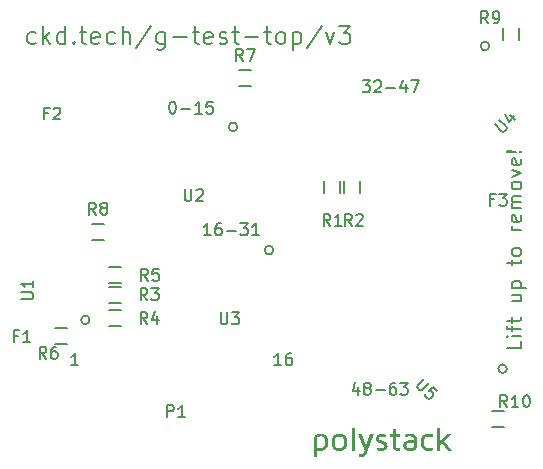
<source format=gto>
G04 #@! TF.FileFunction,Legend,Top*
%FSLAX46Y46*%
G04 Gerber Fmt 4.6, Leading zero omitted, Abs format (unit mm)*
G04 Created by KiCad (PCBNEW 4.0.1-stable) date Wednesday, April 13, 2016 'PMt' 12:19:44 PM*
%MOMM*%
G01*
G04 APERTURE LIST*
%ADD10C,0.100000*%
%ADD11C,0.150000*%
%ADD12C,0.200000*%
G04 APERTURE END LIST*
D10*
D11*
X159942858Y-122485714D02*
X159942858Y-123152381D01*
X159704762Y-122104762D02*
X159466667Y-122819048D01*
X160085715Y-122819048D01*
X160609524Y-122580952D02*
X160514286Y-122533333D01*
X160466667Y-122485714D01*
X160419048Y-122390476D01*
X160419048Y-122342857D01*
X160466667Y-122247619D01*
X160514286Y-122200000D01*
X160609524Y-122152381D01*
X160800001Y-122152381D01*
X160895239Y-122200000D01*
X160942858Y-122247619D01*
X160990477Y-122342857D01*
X160990477Y-122390476D01*
X160942858Y-122485714D01*
X160895239Y-122533333D01*
X160800001Y-122580952D01*
X160609524Y-122580952D01*
X160514286Y-122628571D01*
X160466667Y-122676190D01*
X160419048Y-122771429D01*
X160419048Y-122961905D01*
X160466667Y-123057143D01*
X160514286Y-123104762D01*
X160609524Y-123152381D01*
X160800001Y-123152381D01*
X160895239Y-123104762D01*
X160942858Y-123057143D01*
X160990477Y-122961905D01*
X160990477Y-122771429D01*
X160942858Y-122676190D01*
X160895239Y-122628571D01*
X160800001Y-122580952D01*
X161419048Y-122771429D02*
X162180953Y-122771429D01*
X163085715Y-122152381D02*
X162895238Y-122152381D01*
X162800000Y-122200000D01*
X162752381Y-122247619D01*
X162657143Y-122390476D01*
X162609524Y-122580952D01*
X162609524Y-122961905D01*
X162657143Y-123057143D01*
X162704762Y-123104762D01*
X162800000Y-123152381D01*
X162990477Y-123152381D01*
X163085715Y-123104762D01*
X163133334Y-123057143D01*
X163180953Y-122961905D01*
X163180953Y-122723810D01*
X163133334Y-122628571D01*
X163085715Y-122580952D01*
X162990477Y-122533333D01*
X162800000Y-122533333D01*
X162704762Y-122580952D01*
X162657143Y-122628571D01*
X162609524Y-122723810D01*
X163514286Y-122152381D02*
X164133334Y-122152381D01*
X163800000Y-122533333D01*
X163942858Y-122533333D01*
X164038096Y-122580952D01*
X164085715Y-122628571D01*
X164133334Y-122723810D01*
X164133334Y-122961905D01*
X164085715Y-123057143D01*
X164038096Y-123104762D01*
X163942858Y-123152381D01*
X163657143Y-123152381D01*
X163561905Y-123104762D01*
X163514286Y-123057143D01*
X160319048Y-96552381D02*
X160938096Y-96552381D01*
X160604762Y-96933333D01*
X160747620Y-96933333D01*
X160842858Y-96980952D01*
X160890477Y-97028571D01*
X160938096Y-97123810D01*
X160938096Y-97361905D01*
X160890477Y-97457143D01*
X160842858Y-97504762D01*
X160747620Y-97552381D01*
X160461905Y-97552381D01*
X160366667Y-97504762D01*
X160319048Y-97457143D01*
X161319048Y-96647619D02*
X161366667Y-96600000D01*
X161461905Y-96552381D01*
X161700001Y-96552381D01*
X161795239Y-96600000D01*
X161842858Y-96647619D01*
X161890477Y-96742857D01*
X161890477Y-96838095D01*
X161842858Y-96980952D01*
X161271429Y-97552381D01*
X161890477Y-97552381D01*
X162319048Y-97171429D02*
X163080953Y-97171429D01*
X163985715Y-96885714D02*
X163985715Y-97552381D01*
X163747619Y-96504762D02*
X163509524Y-97219048D01*
X164128572Y-97219048D01*
X164414286Y-96552381D02*
X165080953Y-96552381D01*
X164652381Y-97552381D01*
X147438096Y-109652381D02*
X146866667Y-109652381D01*
X147152381Y-109652381D02*
X147152381Y-108652381D01*
X147057143Y-108795238D01*
X146961905Y-108890476D01*
X146866667Y-108938095D01*
X148295239Y-108652381D02*
X148104762Y-108652381D01*
X148009524Y-108700000D01*
X147961905Y-108747619D01*
X147866667Y-108890476D01*
X147819048Y-109080952D01*
X147819048Y-109461905D01*
X147866667Y-109557143D01*
X147914286Y-109604762D01*
X148009524Y-109652381D01*
X148200001Y-109652381D01*
X148295239Y-109604762D01*
X148342858Y-109557143D01*
X148390477Y-109461905D01*
X148390477Y-109223810D01*
X148342858Y-109128571D01*
X148295239Y-109080952D01*
X148200001Y-109033333D01*
X148009524Y-109033333D01*
X147914286Y-109080952D01*
X147866667Y-109128571D01*
X147819048Y-109223810D01*
X148819048Y-109271429D02*
X149580953Y-109271429D01*
X149961905Y-108652381D02*
X150580953Y-108652381D01*
X150247619Y-109033333D01*
X150390477Y-109033333D01*
X150485715Y-109080952D01*
X150533334Y-109128571D01*
X150580953Y-109223810D01*
X150580953Y-109461905D01*
X150533334Y-109557143D01*
X150485715Y-109604762D01*
X150390477Y-109652381D01*
X150104762Y-109652381D01*
X150009524Y-109604762D01*
X149961905Y-109557143D01*
X151533334Y-109652381D02*
X150961905Y-109652381D01*
X151247619Y-109652381D02*
X151247619Y-108652381D01*
X151152381Y-108795238D01*
X151057143Y-108890476D01*
X150961905Y-108938095D01*
X144180952Y-98352381D02*
X144276191Y-98352381D01*
X144371429Y-98400000D01*
X144419048Y-98447619D01*
X144466667Y-98542857D01*
X144514286Y-98733333D01*
X144514286Y-98971429D01*
X144466667Y-99161905D01*
X144419048Y-99257143D01*
X144371429Y-99304762D01*
X144276191Y-99352381D01*
X144180952Y-99352381D01*
X144085714Y-99304762D01*
X144038095Y-99257143D01*
X143990476Y-99161905D01*
X143942857Y-98971429D01*
X143942857Y-98733333D01*
X143990476Y-98542857D01*
X144038095Y-98447619D01*
X144085714Y-98400000D01*
X144180952Y-98352381D01*
X144942857Y-98971429D02*
X145704762Y-98971429D01*
X146704762Y-99352381D02*
X146133333Y-99352381D01*
X146419047Y-99352381D02*
X146419047Y-98352381D01*
X146323809Y-98495238D01*
X146228571Y-98590476D01*
X146133333Y-98638095D01*
X147609524Y-98352381D02*
X147133333Y-98352381D01*
X147085714Y-98828571D01*
X147133333Y-98780952D01*
X147228571Y-98733333D01*
X147466667Y-98733333D01*
X147561905Y-98780952D01*
X147609524Y-98828571D01*
X147657143Y-98923810D01*
X147657143Y-99161905D01*
X147609524Y-99257143D01*
X147561905Y-99304762D01*
X147466667Y-99352381D01*
X147228571Y-99352381D01*
X147133333Y-99304762D01*
X147085714Y-99257143D01*
D12*
X132635714Y-93407143D02*
X132492857Y-93478571D01*
X132207143Y-93478571D01*
X132064285Y-93407143D01*
X131992857Y-93335714D01*
X131921428Y-93192857D01*
X131921428Y-92764286D01*
X131992857Y-92621429D01*
X132064285Y-92550000D01*
X132207143Y-92478571D01*
X132492857Y-92478571D01*
X132635714Y-92550000D01*
X133278571Y-93478571D02*
X133278571Y-91978571D01*
X133421428Y-92907143D02*
X133849999Y-93478571D01*
X133849999Y-92478571D02*
X133278571Y-93050000D01*
X135135714Y-93478571D02*
X135135714Y-91978571D01*
X135135714Y-93407143D02*
X134992857Y-93478571D01*
X134707143Y-93478571D01*
X134564285Y-93407143D01*
X134492857Y-93335714D01*
X134421428Y-93192857D01*
X134421428Y-92764286D01*
X134492857Y-92621429D01*
X134564285Y-92550000D01*
X134707143Y-92478571D01*
X134992857Y-92478571D01*
X135135714Y-92550000D01*
X135850000Y-93335714D02*
X135921428Y-93407143D01*
X135850000Y-93478571D01*
X135778571Y-93407143D01*
X135850000Y-93335714D01*
X135850000Y-93478571D01*
X136350000Y-92478571D02*
X136921429Y-92478571D01*
X136564286Y-91978571D02*
X136564286Y-93264286D01*
X136635714Y-93407143D01*
X136778572Y-93478571D01*
X136921429Y-93478571D01*
X137992857Y-93407143D02*
X137850000Y-93478571D01*
X137564286Y-93478571D01*
X137421429Y-93407143D01*
X137350000Y-93264286D01*
X137350000Y-92692857D01*
X137421429Y-92550000D01*
X137564286Y-92478571D01*
X137850000Y-92478571D01*
X137992857Y-92550000D01*
X138064286Y-92692857D01*
X138064286Y-92835714D01*
X137350000Y-92978571D01*
X139350000Y-93407143D02*
X139207143Y-93478571D01*
X138921429Y-93478571D01*
X138778571Y-93407143D01*
X138707143Y-93335714D01*
X138635714Y-93192857D01*
X138635714Y-92764286D01*
X138707143Y-92621429D01*
X138778571Y-92550000D01*
X138921429Y-92478571D01*
X139207143Y-92478571D01*
X139350000Y-92550000D01*
X139992857Y-93478571D02*
X139992857Y-91978571D01*
X140635714Y-93478571D02*
X140635714Y-92692857D01*
X140564285Y-92550000D01*
X140421428Y-92478571D01*
X140207143Y-92478571D01*
X140064285Y-92550000D01*
X139992857Y-92621429D01*
X142421428Y-91907143D02*
X141135714Y-93835714D01*
X143564286Y-92478571D02*
X143564286Y-93692857D01*
X143492857Y-93835714D01*
X143421429Y-93907143D01*
X143278572Y-93978571D01*
X143064286Y-93978571D01*
X142921429Y-93907143D01*
X143564286Y-93407143D02*
X143421429Y-93478571D01*
X143135715Y-93478571D01*
X142992857Y-93407143D01*
X142921429Y-93335714D01*
X142850000Y-93192857D01*
X142850000Y-92764286D01*
X142921429Y-92621429D01*
X142992857Y-92550000D01*
X143135715Y-92478571D01*
X143421429Y-92478571D01*
X143564286Y-92550000D01*
X144278572Y-92907143D02*
X145421429Y-92907143D01*
X145921429Y-92478571D02*
X146492858Y-92478571D01*
X146135715Y-91978571D02*
X146135715Y-93264286D01*
X146207143Y-93407143D01*
X146350001Y-93478571D01*
X146492858Y-93478571D01*
X147564286Y-93407143D02*
X147421429Y-93478571D01*
X147135715Y-93478571D01*
X146992858Y-93407143D01*
X146921429Y-93264286D01*
X146921429Y-92692857D01*
X146992858Y-92550000D01*
X147135715Y-92478571D01*
X147421429Y-92478571D01*
X147564286Y-92550000D01*
X147635715Y-92692857D01*
X147635715Y-92835714D01*
X146921429Y-92978571D01*
X148207143Y-93407143D02*
X148350000Y-93478571D01*
X148635715Y-93478571D01*
X148778572Y-93407143D01*
X148850000Y-93264286D01*
X148850000Y-93192857D01*
X148778572Y-93050000D01*
X148635715Y-92978571D01*
X148421429Y-92978571D01*
X148278572Y-92907143D01*
X148207143Y-92764286D01*
X148207143Y-92692857D01*
X148278572Y-92550000D01*
X148421429Y-92478571D01*
X148635715Y-92478571D01*
X148778572Y-92550000D01*
X149278572Y-92478571D02*
X149850001Y-92478571D01*
X149492858Y-91978571D02*
X149492858Y-93264286D01*
X149564286Y-93407143D01*
X149707144Y-93478571D01*
X149850001Y-93478571D01*
X150350001Y-92907143D02*
X151492858Y-92907143D01*
X151992858Y-92478571D02*
X152564287Y-92478571D01*
X152207144Y-91978571D02*
X152207144Y-93264286D01*
X152278572Y-93407143D01*
X152421430Y-93478571D01*
X152564287Y-93478571D01*
X153278573Y-93478571D02*
X153135715Y-93407143D01*
X153064287Y-93335714D01*
X152992858Y-93192857D01*
X152992858Y-92764286D01*
X153064287Y-92621429D01*
X153135715Y-92550000D01*
X153278573Y-92478571D01*
X153492858Y-92478571D01*
X153635715Y-92550000D01*
X153707144Y-92621429D01*
X153778573Y-92764286D01*
X153778573Y-93192857D01*
X153707144Y-93335714D01*
X153635715Y-93407143D01*
X153492858Y-93478571D01*
X153278573Y-93478571D01*
X154421430Y-92478571D02*
X154421430Y-93978571D01*
X154421430Y-92550000D02*
X154564287Y-92478571D01*
X154850001Y-92478571D01*
X154992858Y-92550000D01*
X155064287Y-92621429D01*
X155135716Y-92764286D01*
X155135716Y-93192857D01*
X155064287Y-93335714D01*
X154992858Y-93407143D01*
X154850001Y-93478571D01*
X154564287Y-93478571D01*
X154421430Y-93407143D01*
X156850001Y-91907143D02*
X155564287Y-93835714D01*
X157207145Y-92478571D02*
X157564288Y-93478571D01*
X157921430Y-92478571D01*
X158350002Y-91978571D02*
X159278573Y-91978571D01*
X158778573Y-92550000D01*
X158992859Y-92550000D01*
X159135716Y-92621429D01*
X159207145Y-92692857D01*
X159278573Y-92835714D01*
X159278573Y-93192857D01*
X159207145Y-93335714D01*
X159135716Y-93407143D01*
X158992859Y-93478571D01*
X158564287Y-93478571D01*
X158421430Y-93407143D01*
X158350002Y-93335714D01*
X173765476Y-118638096D02*
X173765476Y-119233334D01*
X172515476Y-119233334D01*
X173765476Y-118221429D02*
X172932143Y-118221429D01*
X172515476Y-118221429D02*
X172575000Y-118280953D01*
X172634524Y-118221429D01*
X172575000Y-118161905D01*
X172515476Y-118221429D01*
X172634524Y-118221429D01*
X172932143Y-117804762D02*
X172932143Y-117328572D01*
X173765476Y-117626191D02*
X172694048Y-117626191D01*
X172575000Y-117566667D01*
X172515476Y-117447620D01*
X172515476Y-117328572D01*
X172932143Y-117090476D02*
X172932143Y-116614286D01*
X172515476Y-116911905D02*
X173586905Y-116911905D01*
X173705952Y-116852381D01*
X173765476Y-116733334D01*
X173765476Y-116614286D01*
X172932143Y-114709524D02*
X173765476Y-114709524D01*
X172932143Y-115245238D02*
X173586905Y-115245238D01*
X173705952Y-115185714D01*
X173765476Y-115066667D01*
X173765476Y-114888095D01*
X173705952Y-114769047D01*
X173646429Y-114709524D01*
X172932143Y-114114286D02*
X174182143Y-114114286D01*
X172991667Y-114114286D02*
X172932143Y-113995238D01*
X172932143Y-113757143D01*
X172991667Y-113638095D01*
X173051190Y-113578572D01*
X173170238Y-113519048D01*
X173527381Y-113519048D01*
X173646429Y-113578572D01*
X173705952Y-113638095D01*
X173765476Y-113757143D01*
X173765476Y-113995238D01*
X173705952Y-114114286D01*
X172932143Y-112209524D02*
X172932143Y-111733334D01*
X172515476Y-112030953D02*
X173586905Y-112030953D01*
X173705952Y-111971429D01*
X173765476Y-111852382D01*
X173765476Y-111733334D01*
X173765476Y-111138096D02*
X173705952Y-111257143D01*
X173646429Y-111316667D01*
X173527381Y-111376191D01*
X173170238Y-111376191D01*
X173051190Y-111316667D01*
X172991667Y-111257143D01*
X172932143Y-111138096D01*
X172932143Y-110959524D01*
X172991667Y-110840476D01*
X173051190Y-110780953D01*
X173170238Y-110721429D01*
X173527381Y-110721429D01*
X173646429Y-110780953D01*
X173705952Y-110840476D01*
X173765476Y-110959524D01*
X173765476Y-111138096D01*
X173765476Y-109233334D02*
X172932143Y-109233334D01*
X173170238Y-109233334D02*
X173051190Y-109173810D01*
X172991667Y-109114286D01*
X172932143Y-108995239D01*
X172932143Y-108876191D01*
X173705952Y-107983333D02*
X173765476Y-108102381D01*
X173765476Y-108340476D01*
X173705952Y-108459524D01*
X173586905Y-108519048D01*
X173110714Y-108519048D01*
X172991667Y-108459524D01*
X172932143Y-108340476D01*
X172932143Y-108102381D01*
X172991667Y-107983333D01*
X173110714Y-107923810D01*
X173229762Y-107923810D01*
X173348810Y-108519048D01*
X173765476Y-107388095D02*
X172932143Y-107388095D01*
X173051190Y-107388095D02*
X172991667Y-107328571D01*
X172932143Y-107209524D01*
X172932143Y-107030952D01*
X172991667Y-106911904D01*
X173110714Y-106852381D01*
X173765476Y-106852381D01*
X173110714Y-106852381D02*
X172991667Y-106792857D01*
X172932143Y-106673809D01*
X172932143Y-106495238D01*
X172991667Y-106376190D01*
X173110714Y-106316666D01*
X173765476Y-106316666D01*
X173765476Y-105542857D02*
X173705952Y-105661904D01*
X173646429Y-105721428D01*
X173527381Y-105780952D01*
X173170238Y-105780952D01*
X173051190Y-105721428D01*
X172991667Y-105661904D01*
X172932143Y-105542857D01*
X172932143Y-105364285D01*
X172991667Y-105245237D01*
X173051190Y-105185714D01*
X173170238Y-105126190D01*
X173527381Y-105126190D01*
X173646429Y-105185714D01*
X173705952Y-105245237D01*
X173765476Y-105364285D01*
X173765476Y-105542857D01*
X172932143Y-104709524D02*
X173765476Y-104411905D01*
X172932143Y-104114285D01*
X173705952Y-103161904D02*
X173765476Y-103280952D01*
X173765476Y-103519047D01*
X173705952Y-103638095D01*
X173586905Y-103697619D01*
X173110714Y-103697619D01*
X172991667Y-103638095D01*
X172932143Y-103519047D01*
X172932143Y-103280952D01*
X172991667Y-103161904D01*
X173110714Y-103102381D01*
X173229762Y-103102381D01*
X173348810Y-103697619D01*
X173646429Y-102566666D02*
X173705952Y-102507142D01*
X173765476Y-102566666D01*
X173705952Y-102626190D01*
X173646429Y-102566666D01*
X173765476Y-102566666D01*
X173289286Y-102566666D02*
X172575000Y-102626190D01*
X172515476Y-102566666D01*
X172575000Y-102507142D01*
X173289286Y-102566666D01*
X172515476Y-102566666D01*
D11*
X153409524Y-120652381D02*
X152838095Y-120652381D01*
X153123809Y-120652381D02*
X153123809Y-119652381D01*
X153028571Y-119795238D01*
X152933333Y-119890476D01*
X152838095Y-119938095D01*
X154266667Y-119652381D02*
X154076190Y-119652381D01*
X153980952Y-119700000D01*
X153933333Y-119747619D01*
X153838095Y-119890476D01*
X153790476Y-120080952D01*
X153790476Y-120461905D01*
X153838095Y-120557143D01*
X153885714Y-120604762D01*
X153980952Y-120652381D01*
X154171429Y-120652381D01*
X154266667Y-120604762D01*
X154314286Y-120557143D01*
X154361905Y-120461905D01*
X154361905Y-120223810D01*
X154314286Y-120128571D01*
X154266667Y-120080952D01*
X154171429Y-120033333D01*
X153980952Y-120033333D01*
X153885714Y-120080952D01*
X153838095Y-120128571D01*
X153790476Y-120223810D01*
X136235715Y-120652381D02*
X135664286Y-120652381D01*
X135950000Y-120652381D02*
X135950000Y-119652381D01*
X135854762Y-119795238D01*
X135759524Y-119890476D01*
X135664286Y-119938095D01*
X137202353Y-116830000D02*
G75*
G03X137202353Y-116830000I-362353J0D01*
G01*
X149706742Y-100470000D02*
G75*
G03X149706742Y-100470000I-366742J0D01*
G01*
X152756742Y-110920000D02*
G75*
G03X152756742Y-110920000I-366742J0D01*
G01*
X171028407Y-93638192D02*
G75*
G03X171028407Y-93638192I-366742J0D01*
G01*
X172528550Y-120961665D02*
G75*
G03X172528550Y-120961665I-366742J0D01*
G01*
X158425000Y-105100000D02*
X158425000Y-106100000D01*
X157075000Y-106100000D02*
X157075000Y-105100000D01*
X160125000Y-105100000D02*
X160125000Y-106100000D01*
X158775000Y-106100000D02*
X158775000Y-105100000D01*
X138850000Y-114025000D02*
X139850000Y-114025000D01*
X139850000Y-115375000D02*
X138850000Y-115375000D01*
X138850000Y-116025000D02*
X139850000Y-116025000D01*
X139850000Y-117375000D02*
X138850000Y-117375000D01*
X138850000Y-112375000D02*
X139850000Y-112375000D01*
X139850000Y-113725000D02*
X138850000Y-113725000D01*
X135300000Y-118825000D02*
X134300000Y-118825000D01*
X134300000Y-117475000D02*
X135300000Y-117475000D01*
X150850000Y-97025000D02*
X149850000Y-97025000D01*
X149850000Y-95675000D02*
X150850000Y-95675000D01*
X138400000Y-110025000D02*
X137400000Y-110025000D01*
X137400000Y-108675000D02*
X138400000Y-108675000D01*
X173575000Y-92100000D02*
X173575000Y-93100000D01*
X172225000Y-93100000D02*
X172225000Y-92100000D01*
X171250000Y-124525000D02*
X172250000Y-124525000D01*
X172250000Y-125875000D02*
X171250000Y-125875000D01*
D10*
G36*
X156183691Y-128430592D02*
X156183691Y-126917505D01*
X156540564Y-126733111D01*
X156529397Y-126739473D01*
X156518906Y-126746274D01*
X156509092Y-126753514D01*
X156499955Y-126761193D01*
X156491494Y-126769311D01*
X156483711Y-126777867D01*
X156476604Y-126786862D01*
X156470174Y-126796296D01*
X156464421Y-126806169D01*
X156459345Y-126816481D01*
X156454945Y-126827231D01*
X156451223Y-126838420D01*
X156448177Y-126850048D01*
X156445808Y-126862115D01*
X156444116Y-126874621D01*
X156443101Y-126887565D01*
X156442762Y-126900948D01*
X156442762Y-127628554D01*
X156442762Y-127628536D01*
X156459014Y-127634639D01*
X156475308Y-127640394D01*
X156491645Y-127645800D01*
X156508024Y-127650857D01*
X156524445Y-127655565D01*
X156540909Y-127659925D01*
X156557416Y-127663936D01*
X156573965Y-127667598D01*
X156590557Y-127670911D01*
X156607191Y-127673876D01*
X156623868Y-127676492D01*
X156640588Y-127678759D01*
X156657349Y-127680677D01*
X156674154Y-127682246D01*
X156691001Y-127683467D01*
X156707890Y-127684339D01*
X156724822Y-127684862D01*
X156741797Y-127685037D01*
X156760766Y-127684832D01*
X156779089Y-127684219D01*
X156796765Y-127683197D01*
X156813795Y-127681766D01*
X156830178Y-127679926D01*
X156845915Y-127677678D01*
X156861006Y-127675021D01*
X156875449Y-127671954D01*
X156889247Y-127668479D01*
X156904707Y-127663867D01*
X156920080Y-127658309D01*
X156935368Y-127651805D01*
X156950570Y-127644354D01*
X156965685Y-127635958D01*
X156980714Y-127626615D01*
X156995657Y-127616327D01*
X157010514Y-127605092D01*
X157021049Y-127596138D01*
X157031105Y-127586319D01*
X157040683Y-127575635D01*
X157049783Y-127564085D01*
X157058404Y-127551671D01*
X157066547Y-127538391D01*
X157074211Y-127524246D01*
X157081398Y-127509236D01*
X157088106Y-127493360D01*
X157094335Y-127476620D01*
X157100087Y-127459014D01*
X157104172Y-127445368D01*
X157107975Y-127431256D01*
X157111497Y-127416679D01*
X157114737Y-127401636D01*
X157117695Y-127386128D01*
X157120371Y-127370154D01*
X157122766Y-127353715D01*
X157124879Y-127336811D01*
X157126710Y-127319441D01*
X157128260Y-127301605D01*
X157129528Y-127283304D01*
X157130514Y-127264538D01*
X157131218Y-127245307D01*
X157131641Y-127225609D01*
X157131782Y-127205447D01*
X157131658Y-127185171D01*
X157131286Y-127165337D01*
X157130667Y-127145943D01*
X157129801Y-127126991D01*
X157128686Y-127108481D01*
X157127324Y-127090411D01*
X157125715Y-127072783D01*
X157123858Y-127055596D01*
X157121753Y-127038851D01*
X157119401Y-127022546D01*
X157116801Y-127006683D01*
X157113953Y-126991261D01*
X157110858Y-126976281D01*
X157107515Y-126961742D01*
X157103925Y-126947644D01*
X157100087Y-126933987D01*
X157094347Y-126914680D01*
X157088151Y-126896353D01*
X157081500Y-126879007D01*
X157074394Y-126862640D01*
X157066832Y-126847253D01*
X157058814Y-126832846D01*
X157050341Y-126819419D01*
X157041412Y-126806972D01*
X157032028Y-126795504D01*
X157022188Y-126785017D01*
X157011892Y-126775510D01*
X156997444Y-126763601D01*
X156983040Y-126752684D01*
X156968678Y-126742757D01*
X156954359Y-126733821D01*
X156940084Y-126725875D01*
X156925851Y-126718920D01*
X156911661Y-126712956D01*
X156897515Y-126707983D01*
X156883132Y-126703794D01*
X156868232Y-126700163D01*
X156852815Y-126697091D01*
X156836881Y-126694578D01*
X156820431Y-126692623D01*
X156803464Y-126691226D01*
X156785980Y-126690388D01*
X156767979Y-126690109D01*
X156747336Y-126690329D01*
X156727370Y-126690987D01*
X156708080Y-126692084D01*
X156689467Y-126693619D01*
X156671531Y-126695594D01*
X156654272Y-126698007D01*
X156637690Y-126700859D01*
X156621784Y-126704150D01*
X156606555Y-126707880D01*
X156592004Y-126712049D01*
X156578129Y-126716656D01*
X156564930Y-126721702D01*
X156552409Y-126727187D01*
X156540564Y-126733111D01*
X156183691Y-126917505D01*
X156183921Y-126902385D01*
X156184610Y-126887341D01*
X156185758Y-126872373D01*
X156187366Y-126857482D01*
X156189433Y-126842666D01*
X156191960Y-126827928D01*
X156194828Y-126814457D01*
X156198709Y-126800029D01*
X156203602Y-126784646D01*
X156209508Y-126768307D01*
X156216427Y-126751012D01*
X156224357Y-126732760D01*
X156233301Y-126713552D01*
X156241246Y-126698445D01*
X156249769Y-126683747D01*
X156258871Y-126669457D01*
X156268551Y-126655575D01*
X156278810Y-126642101D01*
X156289647Y-126629036D01*
X156301063Y-126616379D01*
X156313057Y-126604131D01*
X156325629Y-126592291D01*
X156335677Y-126583666D01*
X156346529Y-126575253D01*
X156358185Y-126567050D01*
X156370645Y-126559058D01*
X156383909Y-126551277D01*
X156397976Y-126543706D01*
X156412848Y-126536347D01*
X156428523Y-126529199D01*
X156445002Y-126522261D01*
X156462285Y-126515534D01*
X156480371Y-126509018D01*
X156499262Y-126502714D01*
X156513877Y-126498041D01*
X156528782Y-126493669D01*
X156543978Y-126489599D01*
X156559465Y-126485831D01*
X156575243Y-126482364D01*
X156591311Y-126479198D01*
X156607669Y-126476334D01*
X156624319Y-126473772D01*
X156641259Y-126471511D01*
X156658490Y-126469551D01*
X156676012Y-126467893D01*
X156693824Y-126466536D01*
X156711927Y-126465481D01*
X156730320Y-126464727D01*
X156749005Y-126464275D01*
X156767979Y-126464124D01*
X156785384Y-126464294D01*
X156802686Y-126464803D01*
X156819886Y-126465650D01*
X156836983Y-126466837D01*
X156853979Y-126468364D01*
X156870873Y-126470229D01*
X156887665Y-126472433D01*
X156904354Y-126474977D01*
X156920942Y-126477859D01*
X156934825Y-126480642D01*
X156948912Y-126483996D01*
X156963205Y-126487920D01*
X156977703Y-126492416D01*
X156992406Y-126497483D01*
X157007314Y-126503120D01*
X157022427Y-126509329D01*
X157037745Y-126516108D01*
X157053268Y-126523459D01*
X157068995Y-126531380D01*
X157084928Y-126539873D01*
X157099685Y-126548114D01*
X157114097Y-126556757D01*
X157128164Y-126565801D01*
X157141887Y-126575247D01*
X157155266Y-126585094D01*
X157168300Y-126595344D01*
X157180989Y-126605994D01*
X157193334Y-126617047D01*
X157205334Y-126628501D01*
X157216990Y-126640357D01*
X157228302Y-126652614D01*
X157239269Y-126665274D01*
X157247806Y-126675846D01*
X157256148Y-126686981D01*
X157264294Y-126698680D01*
X157272243Y-126710943D01*
X157279997Y-126723769D01*
X157287555Y-126737158D01*
X157294917Y-126751111D01*
X157302083Y-126765627D01*
X157309052Y-126780707D01*
X157315826Y-126796350D01*
X157322404Y-126812557D01*
X157328786Y-126829327D01*
X157334972Y-126846660D01*
X157340962Y-126864557D01*
X157346755Y-126883017D01*
X157351275Y-126897789D01*
X157355550Y-126912806D01*
X157359582Y-126928066D01*
X157363368Y-126943571D01*
X157366911Y-126959321D01*
X157370209Y-126975314D01*
X157373263Y-126991552D01*
X157376072Y-127008035D01*
X157378637Y-127024761D01*
X157380958Y-127041732D01*
X157383035Y-127058947D01*
X157384867Y-127076407D01*
X157386455Y-127094111D01*
X157387799Y-127112059D01*
X157388898Y-127130252D01*
X157389753Y-127148689D01*
X157390364Y-127167370D01*
X157390731Y-127186296D01*
X157390853Y-127205466D01*
X157390721Y-127225277D01*
X157390328Y-127244814D01*
X157389672Y-127264075D01*
X157388753Y-127283062D01*
X157387572Y-127301773D01*
X157386128Y-127320210D01*
X157384422Y-127338371D01*
X157382453Y-127356258D01*
X157380222Y-127373869D01*
X157377729Y-127391206D01*
X157374972Y-127408267D01*
X157371954Y-127425054D01*
X157368673Y-127441565D01*
X157365129Y-127457802D01*
X157361323Y-127473763D01*
X157357255Y-127489449D01*
X157352924Y-127504861D01*
X157348330Y-127519997D01*
X157343474Y-127534859D01*
X157338356Y-127549445D01*
X157332975Y-127563756D01*
X157325740Y-127581892D01*
X157318161Y-127599435D01*
X157310237Y-127616386D01*
X157301969Y-127632745D01*
X157293357Y-127648513D01*
X157284399Y-127663688D01*
X157275098Y-127678271D01*
X157265451Y-127692261D01*
X157255460Y-127705660D01*
X157245125Y-127718467D01*
X157234445Y-127730682D01*
X157223421Y-127742304D01*
X157212052Y-127753335D01*
X157200339Y-127763773D01*
X157188281Y-127773619D01*
X157175879Y-127782874D01*
X157161487Y-127792905D01*
X157147052Y-127802529D01*
X157132576Y-127811745D01*
X157118057Y-127820554D01*
X157103497Y-127828955D01*
X157088894Y-127836948D01*
X157074248Y-127844534D01*
X157059561Y-127851713D01*
X157044832Y-127858483D01*
X157030060Y-127864847D01*
X157015246Y-127870802D01*
X157000390Y-127876350D01*
X156985492Y-127881491D01*
X156970551Y-127886223D01*
X156955674Y-127890399D01*
X156940572Y-127894265D01*
X156925245Y-127897822D01*
X156909692Y-127901069D01*
X156893915Y-127904008D01*
X156877913Y-127906637D01*
X156861686Y-127908956D01*
X156845234Y-127910967D01*
X156828557Y-127912668D01*
X156811655Y-127914060D01*
X156794528Y-127915142D01*
X156777176Y-127915915D01*
X156759599Y-127916379D01*
X156741797Y-127916534D01*
X156724533Y-127916406D01*
X156707346Y-127916024D01*
X156690235Y-127915386D01*
X156673201Y-127914493D01*
X156656244Y-127913344D01*
X156639363Y-127911941D01*
X156622558Y-127910283D01*
X156605830Y-127908369D01*
X156589179Y-127906200D01*
X156572604Y-127903776D01*
X156556106Y-127901097D01*
X156539684Y-127898162D01*
X156523339Y-127894973D01*
X156507071Y-127891528D01*
X156490879Y-127887828D01*
X156474764Y-127883873D01*
X156458725Y-127879663D01*
X156442762Y-127875198D01*
X156442762Y-128430555D01*
X156183691Y-128430555D01*
X156183691Y-128430592D01*
X156183691Y-128430592D01*
G37*
G36*
X157742253Y-127556908D02*
X157973763Y-126931277D01*
X157970092Y-126944245D01*
X157966657Y-126957654D01*
X157963460Y-126971505D01*
X157960499Y-126985797D01*
X157957776Y-127000530D01*
X157955289Y-127015705D01*
X157953039Y-127031321D01*
X157951025Y-127047379D01*
X157949249Y-127063878D01*
X157947709Y-127080818D01*
X157946407Y-127098200D01*
X157945341Y-127116024D01*
X157944512Y-127134288D01*
X157943920Y-127152994D01*
X157943565Y-127172142D01*
X157943446Y-127191731D01*
X157943565Y-127211325D01*
X157943920Y-127230489D01*
X157944512Y-127249222D01*
X157945341Y-127267524D01*
X157946407Y-127285396D01*
X157947709Y-127302836D01*
X157949249Y-127319847D01*
X157951025Y-127336426D01*
X157953039Y-127352575D01*
X157955289Y-127368293D01*
X157957776Y-127383581D01*
X157960499Y-127398437D01*
X157963460Y-127412864D01*
X157966657Y-127426859D01*
X157970092Y-127440424D01*
X157973763Y-127453558D01*
X157979776Y-127471666D01*
X157986291Y-127488909D01*
X157993306Y-127505287D01*
X158000823Y-127520799D01*
X158008840Y-127535445D01*
X158017359Y-127549226D01*
X158026379Y-127562142D01*
X158035900Y-127574192D01*
X158045922Y-127585376D01*
X158056445Y-127595695D01*
X158067470Y-127605149D01*
X158081267Y-127615762D01*
X158095098Y-127625559D01*
X158108964Y-127634540D01*
X158122863Y-127642704D01*
X158136797Y-127650052D01*
X158150764Y-127656584D01*
X158164766Y-127662300D01*
X158178802Y-127667200D01*
X158192871Y-127671283D01*
X158207281Y-127674758D01*
X158222337Y-127677824D01*
X158238040Y-127680481D01*
X158254389Y-127682730D01*
X158271385Y-127684569D01*
X158289028Y-127686000D01*
X158307316Y-127687022D01*
X158326252Y-127687636D01*
X158345833Y-127687840D01*
X158365704Y-127687636D01*
X158384895Y-127687022D01*
X158403405Y-127686000D01*
X158421234Y-127684569D01*
X158438383Y-127682730D01*
X158454851Y-127680481D01*
X158470639Y-127677824D01*
X158485747Y-127674758D01*
X158500174Y-127671283D01*
X158514243Y-127667196D01*
X158528279Y-127662294D01*
X158542280Y-127656576D01*
X158556248Y-127650043D01*
X158570181Y-127642695D01*
X158584081Y-127634531D01*
X158597946Y-127625552D01*
X158611778Y-127615758D01*
X158625575Y-127605149D01*
X158636588Y-127595695D01*
X158647077Y-127585376D01*
X158657042Y-127574192D01*
X158666483Y-127562142D01*
X158675401Y-127549226D01*
X158683794Y-127535445D01*
X158691664Y-127520799D01*
X158699010Y-127505287D01*
X158705832Y-127488909D01*
X158712130Y-127471666D01*
X158717904Y-127453558D01*
X158721742Y-127440424D01*
X158725332Y-127426859D01*
X158728675Y-127412864D01*
X158731770Y-127398437D01*
X158734618Y-127383581D01*
X158737218Y-127368293D01*
X158739570Y-127352575D01*
X158741675Y-127336426D01*
X158743532Y-127319847D01*
X158745141Y-127302836D01*
X158746503Y-127285396D01*
X158747618Y-127267524D01*
X158748484Y-127249222D01*
X158749103Y-127230489D01*
X158749475Y-127211325D01*
X158749598Y-127191731D01*
X158749475Y-127172142D01*
X158749103Y-127152994D01*
X158748484Y-127134288D01*
X158747618Y-127116024D01*
X158746503Y-127098200D01*
X158745141Y-127080818D01*
X158743532Y-127063878D01*
X158741675Y-127047379D01*
X158739570Y-127031321D01*
X158737218Y-127015705D01*
X158734618Y-127000530D01*
X158731770Y-126985797D01*
X158728675Y-126971505D01*
X158725332Y-126957654D01*
X158721742Y-126944245D01*
X158717904Y-126931277D01*
X158712130Y-126912931D01*
X158705832Y-126895472D01*
X158699010Y-126878902D01*
X158691664Y-126863219D01*
X158683794Y-126848425D01*
X158675401Y-126834520D01*
X158666483Y-126821502D01*
X158657042Y-126809372D01*
X158647077Y-126798131D01*
X158636588Y-126787778D01*
X158625575Y-126778313D01*
X158611778Y-126767700D01*
X158597946Y-126757903D01*
X158584081Y-126748922D01*
X158570181Y-126740758D01*
X158556248Y-126733409D01*
X158542280Y-126726877D01*
X158528279Y-126721162D01*
X158514243Y-126716262D01*
X158500174Y-126712179D01*
X158485747Y-126708704D01*
X158470639Y-126705638D01*
X158454851Y-126702981D01*
X158438383Y-126700732D01*
X158421234Y-126698892D01*
X158403405Y-126697462D01*
X158384895Y-126696439D01*
X158365704Y-126695826D01*
X158345833Y-126695622D01*
X158326252Y-126695826D01*
X158307316Y-126696439D01*
X158289028Y-126697462D01*
X158271385Y-126698892D01*
X158254389Y-126700732D01*
X158238040Y-126702981D01*
X158222337Y-126705638D01*
X158207281Y-126708704D01*
X158192871Y-126712179D01*
X158178802Y-126716266D01*
X158164766Y-126721168D01*
X158150764Y-126726886D01*
X158136797Y-126733419D01*
X158122863Y-126740767D01*
X158108964Y-126748931D01*
X158095098Y-126757909D01*
X158081267Y-126767704D01*
X158067470Y-126778313D01*
X158056445Y-126787778D01*
X158045922Y-126798131D01*
X158035900Y-126809372D01*
X158026379Y-126821502D01*
X158017359Y-126834520D01*
X158008840Y-126848425D01*
X158000823Y-126863219D01*
X157993306Y-126878902D01*
X157986291Y-126895472D01*
X157979776Y-126912931D01*
X157973763Y-126931277D01*
X157742253Y-127556908D01*
X157736988Y-127543119D01*
X157731969Y-127529063D01*
X157727194Y-127514740D01*
X157722664Y-127500148D01*
X157718379Y-127485289D01*
X157714339Y-127470163D01*
X157710543Y-127454768D01*
X157706993Y-127439106D01*
X157703687Y-127423177D01*
X157700627Y-127406979D01*
X157697811Y-127390514D01*
X157695240Y-127373781D01*
X157692914Y-127356781D01*
X157690832Y-127339513D01*
X157688996Y-127321977D01*
X157687404Y-127304173D01*
X157686058Y-127286102D01*
X157684956Y-127267763D01*
X157684099Y-127249157D01*
X157683487Y-127230282D01*
X157683119Y-127211141D01*
X157682997Y-127191731D01*
X157683119Y-127172324D01*
X157683487Y-127153191D01*
X157684099Y-127134331D01*
X157684956Y-127115744D01*
X157686058Y-127097431D01*
X157687404Y-127079391D01*
X157688996Y-127061624D01*
X157690832Y-127044131D01*
X157692914Y-127026911D01*
X157695240Y-127009964D01*
X157697811Y-126993291D01*
X157700627Y-126976891D01*
X157703687Y-126960765D01*
X157706993Y-126944912D01*
X157710543Y-126929332D01*
X157714339Y-126914025D01*
X157718379Y-126898992D01*
X157722664Y-126884233D01*
X157727194Y-126869746D01*
X157731969Y-126855533D01*
X157736988Y-126841594D01*
X157742253Y-126827928D01*
X157749372Y-126810519D01*
X157756786Y-126793635D01*
X157764497Y-126777276D01*
X157772503Y-126761441D01*
X157780804Y-126746130D01*
X157789401Y-126731343D01*
X157798294Y-126717081D01*
X157807483Y-126703343D01*
X157816967Y-126690130D01*
X157826747Y-126677440D01*
X157836822Y-126665276D01*
X157847193Y-126653635D01*
X157857860Y-126642519D01*
X157868822Y-126631927D01*
X157880080Y-126621860D01*
X157891634Y-126612316D01*
X157903483Y-126603298D01*
X157918072Y-126592892D01*
X157932703Y-126582937D01*
X157947376Y-126573432D01*
X157962092Y-126564376D01*
X157976850Y-126555771D01*
X157991649Y-126547616D01*
X158006491Y-126539910D01*
X158021376Y-126532655D01*
X158036302Y-126525850D01*
X158051271Y-126519495D01*
X158066281Y-126513590D01*
X158081334Y-126508135D01*
X158096430Y-126503129D01*
X158111567Y-126498574D01*
X158127021Y-126494210D01*
X158142671Y-126490168D01*
X158158519Y-126486450D01*
X158174563Y-126483056D01*
X158190804Y-126479984D01*
X158207242Y-126477236D01*
X158223877Y-126474811D01*
X158240709Y-126472710D01*
X158257737Y-126470932D01*
X158274963Y-126469477D01*
X158292385Y-126468345D01*
X158310004Y-126467537D01*
X158327820Y-126467052D01*
X158345833Y-126466890D01*
X158364029Y-126467052D01*
X158382000Y-126467537D01*
X158399746Y-126468345D01*
X158417266Y-126469477D01*
X158434562Y-126470932D01*
X158451633Y-126472710D01*
X158468479Y-126474811D01*
X158485100Y-126477236D01*
X158501495Y-126479984D01*
X158517666Y-126483056D01*
X158533612Y-126486450D01*
X158549333Y-126490168D01*
X158564829Y-126494210D01*
X158580100Y-126498574D01*
X158595427Y-126503129D01*
X158610698Y-126508135D01*
X158625913Y-126513590D01*
X158641071Y-126519495D01*
X158656173Y-126525850D01*
X158671219Y-126532655D01*
X158686209Y-126539910D01*
X158701142Y-126547616D01*
X158716019Y-126555771D01*
X158730840Y-126564376D01*
X158745605Y-126573432D01*
X158760313Y-126582937D01*
X158774966Y-126592892D01*
X158789562Y-126603298D01*
X158801411Y-126612316D01*
X158812964Y-126621860D01*
X158824222Y-126631927D01*
X158835185Y-126642519D01*
X158845851Y-126653635D01*
X158856222Y-126665276D01*
X158866298Y-126677440D01*
X158876078Y-126690130D01*
X158885562Y-126703343D01*
X158894750Y-126717081D01*
X158903643Y-126731343D01*
X158912240Y-126746130D01*
X158920542Y-126761441D01*
X158928548Y-126777276D01*
X158936258Y-126793635D01*
X158943673Y-126810519D01*
X158950792Y-126827928D01*
X158956057Y-126841594D01*
X158961076Y-126855533D01*
X158965851Y-126869746D01*
X158970381Y-126884233D01*
X158974666Y-126898992D01*
X158978706Y-126914025D01*
X158982501Y-126929332D01*
X158986052Y-126944912D01*
X158989357Y-126960765D01*
X158992418Y-126976891D01*
X158995234Y-126993291D01*
X158997805Y-127009964D01*
X159000131Y-127026911D01*
X159002212Y-127044131D01*
X159004049Y-127061624D01*
X159005640Y-127079391D01*
X159006987Y-127097431D01*
X159008089Y-127115744D01*
X159008946Y-127134331D01*
X159009558Y-127153191D01*
X159009925Y-127172324D01*
X159010048Y-127191731D01*
X159009925Y-127211141D01*
X159009558Y-127230282D01*
X159008946Y-127249157D01*
X159008089Y-127267763D01*
X159006987Y-127286102D01*
X159005640Y-127304173D01*
X159004049Y-127321977D01*
X159002212Y-127339513D01*
X159000131Y-127356781D01*
X158997805Y-127373781D01*
X158995234Y-127390514D01*
X158992418Y-127406979D01*
X158989357Y-127423177D01*
X158986052Y-127439106D01*
X158982501Y-127454768D01*
X158978706Y-127470163D01*
X158974666Y-127485289D01*
X158970381Y-127500148D01*
X158965851Y-127514740D01*
X158961076Y-127529063D01*
X158956057Y-127543119D01*
X158950792Y-127556908D01*
X158943673Y-127574159D01*
X158936258Y-127590895D01*
X158928548Y-127607117D01*
X158920542Y-127622823D01*
X158912240Y-127638015D01*
X158903643Y-127652691D01*
X158894750Y-127666853D01*
X158885562Y-127680499D01*
X158876078Y-127693631D01*
X158866298Y-127706248D01*
X158856222Y-127718349D01*
X158845851Y-127729936D01*
X158835185Y-127741008D01*
X158824222Y-127751565D01*
X158812964Y-127761607D01*
X158801411Y-127771133D01*
X158789562Y-127780145D01*
X158774966Y-127790558D01*
X158760313Y-127800535D01*
X158745605Y-127810075D01*
X158730840Y-127819180D01*
X158716019Y-127827850D01*
X158701142Y-127836083D01*
X158686209Y-127843881D01*
X158671219Y-127851242D01*
X158656173Y-127858168D01*
X158641071Y-127864658D01*
X158625913Y-127870713D01*
X158610698Y-127876331D01*
X158595427Y-127881514D01*
X158580100Y-127886261D01*
X158564829Y-127890436D01*
X158549333Y-127894303D01*
X158533612Y-127897859D01*
X158517666Y-127901107D01*
X158501495Y-127904045D01*
X158485100Y-127906674D01*
X158468479Y-127908994D01*
X158451633Y-127911004D01*
X158434562Y-127912705D01*
X158417266Y-127914097D01*
X158399746Y-127915180D01*
X158382000Y-127915953D01*
X158364029Y-127916417D01*
X158345833Y-127916572D01*
X158327820Y-127916417D01*
X158310004Y-127915953D01*
X158292385Y-127915180D01*
X158274963Y-127914097D01*
X158257737Y-127912705D01*
X158240709Y-127911004D01*
X158223877Y-127908994D01*
X158207242Y-127906674D01*
X158190804Y-127904045D01*
X158174563Y-127901107D01*
X158158519Y-127897859D01*
X158142671Y-127894303D01*
X158127021Y-127890436D01*
X158111567Y-127886261D01*
X158096430Y-127881514D01*
X158081334Y-127876331D01*
X158066281Y-127870713D01*
X158051271Y-127864658D01*
X158036302Y-127858168D01*
X158021376Y-127851242D01*
X158006491Y-127843881D01*
X157991649Y-127836083D01*
X157976850Y-127827850D01*
X157962092Y-127819180D01*
X157947376Y-127810075D01*
X157932703Y-127800535D01*
X157918072Y-127790558D01*
X157903483Y-127780145D01*
X157891634Y-127771133D01*
X157880080Y-127761607D01*
X157868822Y-127751565D01*
X157857860Y-127741008D01*
X157847193Y-127729936D01*
X157836822Y-127718349D01*
X157826747Y-127706248D01*
X157816967Y-127693631D01*
X157807483Y-127680499D01*
X157798294Y-127666853D01*
X157789401Y-127652691D01*
X157780804Y-127638015D01*
X157772503Y-127622823D01*
X157764497Y-127607117D01*
X157756786Y-127590895D01*
X157749372Y-127574159D01*
X157742253Y-127556908D01*
X157742253Y-127556908D01*
G37*
G36*
X159384874Y-127894521D02*
X159384874Y-125950122D01*
X159643945Y-125950122D01*
X159643945Y-127894521D01*
X159384874Y-127894521D01*
X159384874Y-127894521D01*
G37*
G36*
X159952626Y-126486175D02*
X160229612Y-126486175D01*
X160608572Y-127541743D01*
X160980642Y-126486175D01*
X161257628Y-126486175D01*
X160678852Y-128044738D01*
X160671444Y-128064260D01*
X160663873Y-128083300D01*
X160656140Y-128101858D01*
X160648245Y-128119934D01*
X160640187Y-128137527D01*
X160631968Y-128154639D01*
X160623585Y-128171269D01*
X160615041Y-128187417D01*
X160606334Y-128203082D01*
X160597465Y-128218266D01*
X160588433Y-128232968D01*
X160579240Y-128247187D01*
X160569884Y-128260925D01*
X160560365Y-128274181D01*
X160550685Y-128286954D01*
X160540842Y-128299246D01*
X160530836Y-128311055D01*
X160520669Y-128322383D01*
X160510339Y-128333228D01*
X160499846Y-128343592D01*
X160489192Y-128353473D01*
X160478375Y-128362873D01*
X160467396Y-128371790D01*
X160456254Y-128380225D01*
X160444950Y-128388179D01*
X160433484Y-128395650D01*
X160421856Y-128402639D01*
X160410065Y-128409147D01*
X160398112Y-128415172D01*
X160385996Y-128420715D01*
X160373719Y-128425776D01*
X160361279Y-128430356D01*
X160348676Y-128434453D01*
X160335911Y-128438068D01*
X160322984Y-128441201D01*
X160309895Y-128443852D01*
X160296644Y-128446021D01*
X160283230Y-128447708D01*
X160269653Y-128448913D01*
X160255915Y-128449637D01*
X160242014Y-128449878D01*
X160240640Y-128449878D01*
X160224956Y-128449724D01*
X160209137Y-128449265D01*
X160193184Y-128448499D01*
X160177098Y-128447427D01*
X160160877Y-128446049D01*
X160144522Y-128444365D01*
X160128034Y-128442374D01*
X160111411Y-128440077D01*
X160094654Y-128437474D01*
X160077764Y-128434564D01*
X160060739Y-128431349D01*
X160043581Y-128427827D01*
X160043581Y-128196310D01*
X160060296Y-128200514D01*
X160076819Y-128204304D01*
X160093149Y-128207682D01*
X160109286Y-128210646D01*
X160125230Y-128213197D01*
X160140981Y-128215334D01*
X160156539Y-128217059D01*
X160171904Y-128218370D01*
X160187076Y-128219268D01*
X160202055Y-128219754D01*
X160213648Y-128219392D01*
X160225090Y-128218308D01*
X160236382Y-128216501D01*
X160247524Y-128213972D01*
X160258517Y-128210719D01*
X160269359Y-128206744D01*
X160280051Y-128202046D01*
X160290593Y-128196626D01*
X160300985Y-128190483D01*
X160311227Y-128183617D01*
X160321318Y-128176028D01*
X160331260Y-128167716D01*
X160341052Y-128158682D01*
X160350694Y-128148925D01*
X160360185Y-128138445D01*
X160369527Y-128127243D01*
X160378718Y-128115318D01*
X160387760Y-128102670D01*
X160396651Y-128089299D01*
X160405392Y-128075206D01*
X160413984Y-128060389D01*
X160422425Y-128044851D01*
X160430716Y-128028589D01*
X160438857Y-128011604D01*
X160446848Y-127993897D01*
X160454689Y-127975468D01*
X160462380Y-127956315D01*
X160469921Y-127936440D01*
X160477312Y-127915841D01*
X160484553Y-127894521D01*
X159952630Y-126486175D01*
X159952626Y-126486175D01*
X159952626Y-126486175D01*
G37*
G36*
X161445041Y-126884429D02*
X161445351Y-126867058D01*
X161446282Y-126849949D01*
X161447832Y-126833102D01*
X161450002Y-126816518D01*
X161452793Y-126800195D01*
X161456203Y-126784134D01*
X161460234Y-126768334D01*
X161464885Y-126752797D01*
X161470156Y-126737522D01*
X161476047Y-126722508D01*
X161482558Y-126707757D01*
X161489690Y-126693267D01*
X161497441Y-126679039D01*
X161505813Y-126665073D01*
X161514805Y-126651369D01*
X161524416Y-126637927D01*
X161534648Y-126624747D01*
X161545500Y-126611829D01*
X161556972Y-126599173D01*
X161569065Y-126586778D01*
X161579306Y-126577162D01*
X161589967Y-126567939D01*
X161601046Y-126559107D01*
X161612545Y-126550669D01*
X161624462Y-126542623D01*
X161636798Y-126534969D01*
X161649553Y-126527708D01*
X161662727Y-126520839D01*
X161676320Y-126514363D01*
X161690332Y-126508280D01*
X161704763Y-126502589D01*
X161719613Y-126497290D01*
X161734881Y-126492384D01*
X161750569Y-126487870D01*
X161766675Y-126483749D01*
X161783201Y-126480020D01*
X161800145Y-126476684D01*
X161817508Y-126473740D01*
X161835291Y-126471189D01*
X161853492Y-126469031D01*
X161872112Y-126467264D01*
X161891151Y-126465891D01*
X161910609Y-126464909D01*
X161930486Y-126464321D01*
X161950781Y-126464124D01*
X161967427Y-126464299D01*
X161984052Y-126464822D01*
X162000656Y-126465695D01*
X162017240Y-126466917D01*
X162033802Y-126468488D01*
X162050344Y-126470407D01*
X162066865Y-126472676D01*
X162083365Y-126475294D01*
X162099844Y-126478261D01*
X162116302Y-126481577D01*
X162132740Y-126485242D01*
X162149156Y-126489256D01*
X162165552Y-126493619D01*
X162181927Y-126498331D01*
X162198281Y-126503393D01*
X162214614Y-126508803D01*
X162230927Y-126514562D01*
X162247218Y-126520671D01*
X162263489Y-126527128D01*
X162279739Y-126533935D01*
X162295968Y-126541090D01*
X162312176Y-126548595D01*
X162328364Y-126556449D01*
X162328364Y-126779686D01*
X162310955Y-126771873D01*
X162293641Y-126764440D01*
X162276420Y-126757389D01*
X162259293Y-126750718D01*
X162242260Y-126744429D01*
X162225320Y-126738521D01*
X162208474Y-126732994D01*
X162191722Y-126727849D01*
X162175064Y-126723084D01*
X162158499Y-126718701D01*
X162142029Y-126714699D01*
X162125652Y-126711078D01*
X162109368Y-126707838D01*
X162093179Y-126704979D01*
X162077083Y-126702502D01*
X162061081Y-126700405D01*
X162045172Y-126698690D01*
X162029358Y-126697356D01*
X162013637Y-126696403D01*
X161998010Y-126695831D01*
X161982476Y-126695641D01*
X161962138Y-126695888D01*
X161942568Y-126696631D01*
X161923765Y-126697869D01*
X161905729Y-126699602D01*
X161888461Y-126701831D01*
X161871961Y-126704555D01*
X161856228Y-126707774D01*
X161841262Y-126711488D01*
X161827064Y-126715697D01*
X161813633Y-126720402D01*
X161800970Y-126725602D01*
X161789074Y-126731297D01*
X161777946Y-126737487D01*
X161767585Y-126744173D01*
X161757992Y-126751353D01*
X161749166Y-126759029D01*
X161741108Y-126767201D01*
X161733817Y-126775867D01*
X161727293Y-126785029D01*
X161721537Y-126794686D01*
X161716549Y-126804838D01*
X161712328Y-126815485D01*
X161708874Y-126826628D01*
X161706188Y-126838265D01*
X161704269Y-126850398D01*
X161703118Y-126863027D01*
X161702734Y-126876150D01*
X161703653Y-126889082D01*
X161706409Y-126901537D01*
X161711003Y-126913516D01*
X161717434Y-126925018D01*
X161725702Y-126936044D01*
X161735807Y-126946593D01*
X161747750Y-126956665D01*
X161761531Y-126966260D01*
X161777149Y-126975379D01*
X161790929Y-126982327D01*
X161805210Y-126989138D01*
X161819993Y-126995812D01*
X161835277Y-127002350D01*
X161851061Y-127008750D01*
X161867347Y-127015014D01*
X161884134Y-127021140D01*
X161901422Y-127027130D01*
X161919212Y-127032983D01*
X161937502Y-127038700D01*
X161956293Y-127044279D01*
X161972406Y-127048813D01*
X161988518Y-127053509D01*
X162004631Y-127058369D01*
X162020743Y-127063392D01*
X162036856Y-127068579D01*
X162052968Y-127073928D01*
X162069081Y-127079441D01*
X162085193Y-127085117D01*
X162101305Y-127090956D01*
X162117418Y-127096958D01*
X162133530Y-127103124D01*
X162149643Y-127109453D01*
X162165755Y-127115945D01*
X162180752Y-127122145D01*
X162195425Y-127128936D01*
X162209775Y-127136318D01*
X162223802Y-127144290D01*
X162237505Y-127152853D01*
X162250884Y-127162006D01*
X162263940Y-127171750D01*
X162276673Y-127182084D01*
X162289083Y-127193009D01*
X162301169Y-127204524D01*
X162312931Y-127216630D01*
X162324370Y-127229327D01*
X162335486Y-127242614D01*
X162346278Y-127256491D01*
X162355456Y-127269078D01*
X162364042Y-127282031D01*
X162372036Y-127295349D01*
X162379437Y-127309033D01*
X162386247Y-127323083D01*
X162392464Y-127337499D01*
X162398089Y-127352281D01*
X162403122Y-127367428D01*
X162407563Y-127382942D01*
X162411412Y-127398821D01*
X162414669Y-127415066D01*
X162417333Y-127431677D01*
X162419406Y-127448654D01*
X162420886Y-127465997D01*
X162421774Y-127483706D01*
X162422070Y-127501780D01*
X162421750Y-127518613D01*
X162420789Y-127535212D01*
X162419187Y-127551577D01*
X162416944Y-127567707D01*
X162414061Y-127583603D01*
X162410536Y-127599265D01*
X162406371Y-127614693D01*
X162401565Y-127629887D01*
X162396118Y-127644846D01*
X162390031Y-127659571D01*
X162383303Y-127674061D01*
X162375934Y-127688318D01*
X162367924Y-127702340D01*
X162359273Y-127716128D01*
X162349982Y-127729682D01*
X162340050Y-127743001D01*
X162329477Y-127756086D01*
X162318263Y-127768937D01*
X162306408Y-127781554D01*
X162293913Y-127793937D01*
X162283847Y-127803189D01*
X162273365Y-127812078D01*
X162262467Y-127820604D01*
X162251153Y-127828768D01*
X162239423Y-127836569D01*
X162227278Y-127844007D01*
X162214716Y-127851082D01*
X162201739Y-127857794D01*
X162188346Y-127864143D01*
X162174537Y-127870130D01*
X162160312Y-127875754D01*
X162145672Y-127881015D01*
X162130615Y-127885913D01*
X162115143Y-127890448D01*
X162099255Y-127894621D01*
X162082951Y-127898430D01*
X162066231Y-127901877D01*
X162049095Y-127904961D01*
X162031543Y-127907682D01*
X162013576Y-127910041D01*
X161995192Y-127912036D01*
X161976393Y-127913669D01*
X161957178Y-127914939D01*
X161937547Y-127915846D01*
X161917501Y-127916390D01*
X161897038Y-127916572D01*
X161879031Y-127916415D01*
X161861169Y-127915945D01*
X161843453Y-127915163D01*
X161825883Y-127914067D01*
X161808458Y-127912658D01*
X161791178Y-127910936D01*
X161774044Y-127908901D01*
X161757056Y-127906553D01*
X161740213Y-127903892D01*
X161723515Y-127900918D01*
X161706963Y-127897630D01*
X161690557Y-127894030D01*
X161674296Y-127890116D01*
X161658181Y-127885890D01*
X161642211Y-127881350D01*
X161626387Y-127876498D01*
X161610708Y-127871332D01*
X161595175Y-127865853D01*
X161579787Y-127860061D01*
X161564545Y-127853956D01*
X161549448Y-127847538D01*
X161534497Y-127840807D01*
X161519691Y-127833762D01*
X161505031Y-127826405D01*
X161490517Y-127818735D01*
X161490517Y-127584471D01*
X161505830Y-127592904D01*
X161521226Y-127600979D01*
X161536702Y-127608694D01*
X161552260Y-127616050D01*
X161567900Y-127623048D01*
X161583620Y-127629687D01*
X161599422Y-127635967D01*
X161615306Y-127641888D01*
X161631270Y-127647450D01*
X161647316Y-127652653D01*
X161663444Y-127657498D01*
X161679652Y-127661984D01*
X161695942Y-127666110D01*
X161712314Y-127669878D01*
X161728766Y-127673288D01*
X161745300Y-127676338D01*
X161761916Y-127679029D01*
X161778613Y-127681362D01*
X161795391Y-127683335D01*
X161812250Y-127684950D01*
X161829191Y-127686206D01*
X161846213Y-127687103D01*
X161863317Y-127687642D01*
X161880501Y-127687821D01*
X161886014Y-127687821D01*
X161906407Y-127687536D01*
X161926034Y-127686680D01*
X161944895Y-127685253D01*
X161962988Y-127683256D01*
X161980316Y-127680688D01*
X161996877Y-127677549D01*
X162012671Y-127673839D01*
X162027699Y-127669559D01*
X162041961Y-127664709D01*
X162055456Y-127659287D01*
X162068184Y-127653295D01*
X162080146Y-127646732D01*
X162091342Y-127639599D01*
X162104957Y-127629414D01*
X162117139Y-127618706D01*
X162127887Y-127607475D01*
X162137203Y-127595720D01*
X162145085Y-127583441D01*
X162151534Y-127570639D01*
X162156551Y-127557314D01*
X162160133Y-127543466D01*
X162162283Y-127529093D01*
X162163000Y-127514198D01*
X162162385Y-127498696D01*
X162160540Y-127483763D01*
X162157465Y-127469400D01*
X162153160Y-127455606D01*
X162147625Y-127442383D01*
X162140860Y-127429729D01*
X162132865Y-127417645D01*
X162123640Y-127406131D01*
X162113185Y-127395186D01*
X162101501Y-127384811D01*
X162088586Y-127375006D01*
X162076183Y-127366222D01*
X162063322Y-127357783D01*
X162050001Y-127349688D01*
X162036220Y-127341938D01*
X162021980Y-127334532D01*
X162007281Y-127327470D01*
X161992123Y-127320753D01*
X161976505Y-127314380D01*
X161960428Y-127308352D01*
X161943892Y-127302668D01*
X161926896Y-127297329D01*
X161909441Y-127292334D01*
X161893116Y-127287635D01*
X161876792Y-127282872D01*
X161860467Y-127278043D01*
X161844143Y-127273149D01*
X161827818Y-127268191D01*
X161811494Y-127263167D01*
X161795170Y-127258078D01*
X161778845Y-127252925D01*
X161762521Y-127247706D01*
X161746196Y-127242422D01*
X161729872Y-127237073D01*
X161713547Y-127231660D01*
X161697223Y-127226181D01*
X161681290Y-127220178D01*
X161665715Y-127213621D01*
X161650500Y-127206510D01*
X161635643Y-127198845D01*
X161621145Y-127190626D01*
X161607006Y-127181852D01*
X161593226Y-127172524D01*
X161579804Y-127162642D01*
X161566741Y-127152206D01*
X161554037Y-127141216D01*
X161541692Y-127129671D01*
X161529705Y-127117572D01*
X161518078Y-127104919D01*
X161508664Y-127093307D01*
X161499900Y-127081254D01*
X161491785Y-127068760D01*
X161484319Y-127055824D01*
X161477502Y-127042448D01*
X161471335Y-127028631D01*
X161465817Y-127014372D01*
X161460947Y-126999673D01*
X161456728Y-126984532D01*
X161453157Y-126968951D01*
X161450236Y-126952928D01*
X161447963Y-126936465D01*
X161446340Y-126919561D01*
X161445366Y-126902215D01*
X161445042Y-126884429D01*
X161445041Y-126884429D01*
X161445041Y-126884429D01*
G37*
G36*
X162623264Y-126703900D02*
X162623264Y-126486175D01*
X162868555Y-126486175D01*
X162868555Y-126065871D01*
X163126248Y-126065871D01*
X163126248Y-126486175D01*
X163501074Y-126486175D01*
X163501074Y-126703900D01*
X163126248Y-126703900D01*
X163126248Y-127522458D01*
X163126678Y-127537149D01*
X163127968Y-127551157D01*
X163130117Y-127564482D01*
X163133127Y-127577123D01*
X163136996Y-127589081D01*
X163141725Y-127600356D01*
X163147314Y-127610948D01*
X163153763Y-127620856D01*
X163161072Y-127630081D01*
X163169240Y-127638622D01*
X163178269Y-127646480D01*
X163188157Y-127653655D01*
X163198905Y-127660147D01*
X163210513Y-127665955D01*
X163222981Y-127671080D01*
X163236309Y-127675521D01*
X163250496Y-127679280D01*
X163265544Y-127682355D01*
X163281451Y-127684746D01*
X163298218Y-127686454D01*
X163315845Y-127687479D01*
X163334332Y-127687821D01*
X163337088Y-127687821D01*
X163356091Y-127687408D01*
X163374516Y-127686168D01*
X163392361Y-127684101D01*
X163409628Y-127681207D01*
X163426316Y-127677487D01*
X163442425Y-127672940D01*
X163457956Y-127667566D01*
X163472908Y-127661366D01*
X163487280Y-127654339D01*
X163501075Y-127646485D01*
X163501075Y-127878001D01*
X163484998Y-127884162D01*
X163468920Y-127889787D01*
X163452843Y-127894876D01*
X163436766Y-127899429D01*
X163420689Y-127903447D01*
X163404612Y-127906929D01*
X163388535Y-127909875D01*
X163372458Y-127912286D01*
X163356381Y-127914161D01*
X163340304Y-127915500D01*
X163324226Y-127916304D01*
X163308149Y-127916572D01*
X163301259Y-127916572D01*
X163286551Y-127916318D01*
X163271561Y-127915558D01*
X163256290Y-127914291D01*
X163240738Y-127912517D01*
X163224905Y-127910236D01*
X163208790Y-127907448D01*
X163192394Y-127904154D01*
X163179243Y-127901106D01*
X163165514Y-127897480D01*
X163151206Y-127893277D01*
X163136320Y-127888496D01*
X163120855Y-127883138D01*
X163104812Y-127877203D01*
X163088191Y-127870690D01*
X163070991Y-127863599D01*
X163053212Y-127855931D01*
X163038908Y-127848732D01*
X163025059Y-127840668D01*
X163011666Y-127831737D01*
X162998729Y-127821942D01*
X162986247Y-127811280D01*
X162974220Y-127799754D01*
X162962649Y-127787362D01*
X162951534Y-127774104D01*
X162940874Y-127759981D01*
X162930669Y-127744992D01*
X162920921Y-127729138D01*
X162913707Y-127715928D01*
X162907028Y-127702281D01*
X162900883Y-127688198D01*
X162895272Y-127673680D01*
X162890196Y-127658726D01*
X162885654Y-127643336D01*
X162881647Y-127627510D01*
X162878173Y-127611249D01*
X162875235Y-127594551D01*
X162872830Y-127577418D01*
X162870960Y-127559849D01*
X162869624Y-127541844D01*
X162868823Y-127523404D01*
X162868555Y-127504527D01*
X162868555Y-126703882D01*
X162623265Y-126703882D01*
X162623264Y-126703900D01*
X162623264Y-126703900D01*
G37*
G36*
X163761524Y-127450792D02*
X164017838Y-127447989D01*
X164018149Y-127462300D01*
X164019083Y-127476172D01*
X164020639Y-127489603D01*
X164022818Y-127502593D01*
X164025620Y-127515144D01*
X164029044Y-127527253D01*
X164033091Y-127538923D01*
X164037760Y-127550152D01*
X164043052Y-127560941D01*
X164048967Y-127571289D01*
X164055504Y-127581198D01*
X164062664Y-127590665D01*
X164070446Y-127599693D01*
X164078851Y-127608280D01*
X164087878Y-127616426D01*
X164097528Y-127624133D01*
X164107801Y-127631399D01*
X164118696Y-127638224D01*
X164130214Y-127644609D01*
X164142355Y-127650554D01*
X164155118Y-127656059D01*
X164168503Y-127661123D01*
X164182511Y-127665747D01*
X164197142Y-127669930D01*
X164212395Y-127673673D01*
X164228271Y-127676976D01*
X164244770Y-127679838D01*
X164261891Y-127682260D01*
X164279635Y-127684242D01*
X164298001Y-127685783D01*
X164316990Y-127686884D01*
X164336601Y-127687544D01*
X164356835Y-127687765D01*
X164360969Y-127687765D01*
X164380638Y-127687540D01*
X164399683Y-127686866D01*
X164418103Y-127685742D01*
X164435899Y-127684169D01*
X164453071Y-127682146D01*
X164469618Y-127679674D01*
X164485541Y-127676753D01*
X164500839Y-127673382D01*
X164515513Y-127669561D01*
X164529563Y-127665292D01*
X164542988Y-127660572D01*
X164555789Y-127655403D01*
X164567965Y-127649785D01*
X164579517Y-127643717D01*
X164590444Y-127637200D01*
X164600747Y-127630234D01*
X164610426Y-127622818D01*
X164619480Y-127614952D01*
X164627910Y-127606637D01*
X164635715Y-127597872D01*
X164642896Y-127588659D01*
X164649452Y-127578995D01*
X164655384Y-127568882D01*
X164660692Y-127558320D01*
X164665375Y-127547308D01*
X164669434Y-127535847D01*
X164672868Y-127523936D01*
X164675678Y-127511576D01*
X164677863Y-127498766D01*
X164679425Y-127485507D01*
X164680361Y-127471799D01*
X164680673Y-127457641D01*
X164680673Y-127228871D01*
X164665895Y-127226584D01*
X164650694Y-127224452D01*
X164635072Y-127222475D01*
X164619027Y-127220654D01*
X164602561Y-127218989D01*
X164585673Y-127217479D01*
X164568363Y-127216124D01*
X164550632Y-127214925D01*
X164532478Y-127213882D01*
X164513903Y-127212994D01*
X164494906Y-127212261D01*
X164475486Y-127211685D01*
X164455646Y-127211263D01*
X164435383Y-127210997D01*
X164419128Y-127211224D01*
X164402647Y-127211903D01*
X164385942Y-127213036D01*
X164369012Y-127214622D01*
X164351857Y-127216661D01*
X164334477Y-127219153D01*
X164316871Y-127222098D01*
X164301218Y-127224692D01*
X164285263Y-127227678D01*
X164269006Y-127231054D01*
X164252448Y-127234822D01*
X164235589Y-127238980D01*
X164218428Y-127243529D01*
X164200966Y-127248470D01*
X164183202Y-127253801D01*
X164167584Y-127259058D01*
X164152579Y-127265030D01*
X164138186Y-127271717D01*
X164124405Y-127279118D01*
X164111238Y-127287233D01*
X164098682Y-127296063D01*
X164086739Y-127305608D01*
X164075409Y-127315867D01*
X164064690Y-127326840D01*
X164053709Y-127339888D01*
X164044192Y-127353539D01*
X164036139Y-127367793D01*
X164029550Y-127382650D01*
X164024426Y-127398109D01*
X164020765Y-127414170D01*
X164018569Y-127430835D01*
X164017837Y-127448102D01*
X164017838Y-127447989D01*
X163761524Y-127450792D01*
X163761830Y-127433498D01*
X163762749Y-127416525D01*
X163764280Y-127399873D01*
X163766423Y-127383541D01*
X163769179Y-127367529D01*
X163772548Y-127351838D01*
X163776529Y-127336467D01*
X163781122Y-127321417D01*
X163786328Y-127306688D01*
X163792147Y-127292279D01*
X163798578Y-127278190D01*
X163805621Y-127264422D01*
X163813277Y-127250974D01*
X163821545Y-127237847D01*
X163830425Y-127225041D01*
X163839919Y-127212555D01*
X163850024Y-127200389D01*
X163860742Y-127188544D01*
X163872073Y-127177020D01*
X163884016Y-127165816D01*
X163896571Y-127154932D01*
X163909739Y-127144369D01*
X163923520Y-127134127D01*
X163937912Y-127124205D01*
X163949820Y-127116435D01*
X163962025Y-127108929D01*
X163974527Y-127101687D01*
X163987326Y-127094708D01*
X164000422Y-127087992D01*
X164013815Y-127081539D01*
X164027505Y-127075350D01*
X164041492Y-127069424D01*
X164055776Y-127063762D01*
X164070357Y-127058363D01*
X164085235Y-127053227D01*
X164100411Y-127048355D01*
X164115883Y-127043746D01*
X164131652Y-127039401D01*
X164147719Y-127035319D01*
X164164082Y-127031500D01*
X164180743Y-127027944D01*
X164197700Y-127024652D01*
X164214955Y-127021624D01*
X164232506Y-127018858D01*
X164250355Y-127016356D01*
X164268501Y-127014118D01*
X164286944Y-127012142D01*
X164305683Y-127010431D01*
X164324720Y-127008982D01*
X164344054Y-127007797D01*
X164363685Y-127006875D01*
X164383613Y-127006217D01*
X164403838Y-127005822D01*
X164424360Y-127005690D01*
X164441962Y-127005764D01*
X164459491Y-127005984D01*
X164476946Y-127006352D01*
X164494328Y-127006867D01*
X164511636Y-127007530D01*
X164528870Y-127008339D01*
X164546031Y-127009296D01*
X164563119Y-127010400D01*
X164580133Y-127011651D01*
X164597074Y-127013049D01*
X164613941Y-127014594D01*
X164630735Y-127016287D01*
X164647455Y-127018126D01*
X164664102Y-127020113D01*
X164680675Y-127022247D01*
X164679421Y-127001682D01*
X164677604Y-126981813D01*
X164675224Y-126962640D01*
X164672282Y-126944163D01*
X164668778Y-126926382D01*
X164664710Y-126909297D01*
X164660080Y-126892909D01*
X164654888Y-126877216D01*
X164649132Y-126862219D01*
X164642814Y-126847919D01*
X164635934Y-126834315D01*
X164628490Y-126821406D01*
X164620484Y-126809194D01*
X164611916Y-126797678D01*
X164602785Y-126786858D01*
X164593091Y-126776734D01*
X164582834Y-126767306D01*
X164573234Y-126759398D01*
X164563000Y-126751917D01*
X164552132Y-126744864D01*
X164540630Y-126738238D01*
X164528495Y-126732039D01*
X164515727Y-126726269D01*
X164502324Y-126720925D01*
X164488288Y-126716009D01*
X164473618Y-126711521D01*
X164458315Y-126707460D01*
X164442377Y-126703826D01*
X164425807Y-126700620D01*
X164408602Y-126697841D01*
X164390764Y-126695490D01*
X164372292Y-126693567D01*
X164353187Y-126692070D01*
X164333448Y-126691002D01*
X164313075Y-126690360D01*
X164292068Y-126690147D01*
X164276087Y-126690280D01*
X164260016Y-126690678D01*
X164243858Y-126691342D01*
X164227610Y-126692272D01*
X164211275Y-126693468D01*
X164194850Y-126694929D01*
X164178337Y-126696656D01*
X164161736Y-126698649D01*
X164145045Y-126700907D01*
X164128267Y-126703431D01*
X164111399Y-126706221D01*
X164094444Y-126709276D01*
X164077399Y-126712597D01*
X164060266Y-126716184D01*
X164043045Y-126720036D01*
X164025734Y-126724154D01*
X164008336Y-126728538D01*
X163990848Y-126733188D01*
X163973273Y-126738103D01*
X163955608Y-126743283D01*
X163937855Y-126748730D01*
X163920014Y-126754442D01*
X163902083Y-126760420D01*
X163902083Y-126539929D01*
X163918111Y-126533988D01*
X163934221Y-126528289D01*
X163950416Y-126522832D01*
X163966695Y-126517618D01*
X163983057Y-126512646D01*
X163999503Y-126507917D01*
X164016033Y-126503431D01*
X164032646Y-126499187D01*
X164049344Y-126495185D01*
X164066125Y-126491426D01*
X164082990Y-126487910D01*
X164099939Y-126484636D01*
X164116971Y-126481604D01*
X164134088Y-126478815D01*
X164151288Y-126476269D01*
X164168572Y-126473965D01*
X164185939Y-126471904D01*
X164203391Y-126470085D01*
X164220926Y-126468508D01*
X164238545Y-126467175D01*
X164256248Y-126466083D01*
X164274035Y-126465235D01*
X164291905Y-126464628D01*
X164309859Y-126464264D01*
X164327897Y-126464143D01*
X164347317Y-126464313D01*
X164366439Y-126464823D01*
X164385265Y-126465673D01*
X164403793Y-126466863D01*
X164422025Y-126468392D01*
X164439959Y-126470262D01*
X164457597Y-126472471D01*
X164474937Y-126475021D01*
X164491980Y-126477910D01*
X164508726Y-126481139D01*
X164525176Y-126484708D01*
X164541328Y-126488618D01*
X164557183Y-126492867D01*
X164572741Y-126497455D01*
X164588002Y-126502384D01*
X164602966Y-126507653D01*
X164617633Y-126513262D01*
X164632003Y-126519210D01*
X164646075Y-126525499D01*
X164659851Y-126532127D01*
X164673330Y-126539096D01*
X164686512Y-126546404D01*
X164699396Y-126554052D01*
X164711984Y-126562040D01*
X164724275Y-126570369D01*
X164736268Y-126579036D01*
X164747965Y-126588044D01*
X164759364Y-126597392D01*
X164770466Y-126607080D01*
X164781272Y-126617108D01*
X164792106Y-126627721D01*
X164802560Y-126638652D01*
X164812634Y-126649902D01*
X164822328Y-126661469D01*
X164831641Y-126673354D01*
X164840575Y-126685556D01*
X164849128Y-126698077D01*
X164857301Y-126710916D01*
X164865095Y-126724072D01*
X164872507Y-126737546D01*
X164879540Y-126751338D01*
X164886193Y-126765448D01*
X164892465Y-126779876D01*
X164898358Y-126794622D01*
X164903870Y-126809685D01*
X164909002Y-126825067D01*
X164913754Y-126840766D01*
X164918125Y-126856783D01*
X164922117Y-126873118D01*
X164925728Y-126889771D01*
X164928959Y-126906741D01*
X164931811Y-126924030D01*
X164934282Y-126941636D01*
X164936372Y-126959561D01*
X164938083Y-126977803D01*
X164939414Y-126996363D01*
X164940364Y-127015241D01*
X164940934Y-127034436D01*
X164941124Y-127053950D01*
X164941124Y-127460463D01*
X164940856Y-127475621D01*
X164940052Y-127490780D01*
X164938713Y-127505938D01*
X164936837Y-127521097D01*
X164934425Y-127536255D01*
X164931478Y-127551414D01*
X164928581Y-127564548D01*
X164924615Y-127578751D01*
X164919581Y-127594022D01*
X164913479Y-127610362D01*
X164906307Y-127627769D01*
X164898067Y-127646245D01*
X164888759Y-127665789D01*
X164881103Y-127681188D01*
X164872835Y-127696144D01*
X164863954Y-127710658D01*
X164854461Y-127724729D01*
X164844355Y-127738357D01*
X164833637Y-127751543D01*
X164822307Y-127764285D01*
X164810364Y-127776585D01*
X164797808Y-127788443D01*
X164787760Y-127797074D01*
X164776908Y-127805514D01*
X164765252Y-127813763D01*
X164752792Y-127821820D01*
X164739529Y-127829686D01*
X164725461Y-127837361D01*
X164710590Y-127844845D01*
X164694915Y-127852137D01*
X164678436Y-127859238D01*
X164661153Y-127866148D01*
X164643066Y-127872866D01*
X164624176Y-127879394D01*
X164609566Y-127883898D01*
X164594677Y-127888112D01*
X164579508Y-127892035D01*
X164564059Y-127895667D01*
X164548330Y-127899009D01*
X164532321Y-127902060D01*
X164516032Y-127904821D01*
X164499463Y-127907291D01*
X164482614Y-127909471D01*
X164465486Y-127911360D01*
X164448077Y-127912958D01*
X164430389Y-127914266D01*
X164412420Y-127915283D01*
X164394172Y-127916009D01*
X164375644Y-127916445D01*
X164356836Y-127916590D01*
X164337522Y-127916440D01*
X164318509Y-127915988D01*
X164299798Y-127915234D01*
X164281388Y-127914180D01*
X164263280Y-127912824D01*
X164245473Y-127911166D01*
X164227968Y-127909208D01*
X164210764Y-127906948D01*
X164193861Y-127904387D01*
X164177260Y-127901524D01*
X164160961Y-127898360D01*
X164144963Y-127894895D01*
X164129266Y-127891128D01*
X164113871Y-127887060D01*
X164098777Y-127882691D01*
X164083984Y-127878020D01*
X164064864Y-127871271D01*
X164046548Y-127864349D01*
X164029035Y-127857256D01*
X164012326Y-127849990D01*
X163996422Y-127842553D01*
X163981321Y-127834944D01*
X163967023Y-127827162D01*
X163953530Y-127819209D01*
X163940841Y-127811084D01*
X163928955Y-127802787D01*
X163917873Y-127794318D01*
X163907596Y-127785677D01*
X163895979Y-127775012D01*
X163884830Y-127763960D01*
X163874151Y-127752523D01*
X163863939Y-127740699D01*
X163854197Y-127728489D01*
X163844922Y-127715894D01*
X163836117Y-127702912D01*
X163827780Y-127689544D01*
X163819911Y-127675790D01*
X163812511Y-127661650D01*
X163804307Y-127644125D01*
X163796922Y-127627376D01*
X163790355Y-127611402D01*
X163784606Y-127596202D01*
X163779675Y-127581778D01*
X163775562Y-127568128D01*
X163772268Y-127555254D01*
X163769792Y-127543154D01*
X163767265Y-127527570D01*
X163765198Y-127512064D01*
X163763590Y-127496634D01*
X163762441Y-127481283D01*
X163761752Y-127466008D01*
X163761523Y-127450811D01*
X163761524Y-127450792D01*
X163761524Y-127450792D01*
G37*
G36*
X165404145Y-127729157D02*
X165394520Y-127718313D01*
X165385174Y-127707199D01*
X165376107Y-127695814D01*
X165367319Y-127684160D01*
X165358810Y-127672236D01*
X165350580Y-127660041D01*
X165342629Y-127647577D01*
X165334957Y-127634843D01*
X165327564Y-127621838D01*
X165320450Y-127608564D01*
X165313615Y-127595020D01*
X165307059Y-127581206D01*
X165300782Y-127567122D01*
X165294784Y-127552768D01*
X165289065Y-127538143D01*
X165283625Y-127523249D01*
X165278463Y-127508085D01*
X165273581Y-127492651D01*
X165268978Y-127476947D01*
X165264654Y-127460973D01*
X165260609Y-127444729D01*
X165256842Y-127428215D01*
X165253355Y-127411431D01*
X165250147Y-127394377D01*
X165247217Y-127377053D01*
X165244567Y-127359459D01*
X165242196Y-127341596D01*
X165240103Y-127323462D01*
X165238290Y-127305058D01*
X165236756Y-127286384D01*
X165235500Y-127267440D01*
X165234524Y-127248226D01*
X165233826Y-127228743D01*
X165233408Y-127208989D01*
X165233268Y-127188965D01*
X165233408Y-127168943D01*
X165233826Y-127149192D01*
X165234524Y-127129714D01*
X165235500Y-127110508D01*
X165236756Y-127091575D01*
X165238290Y-127072913D01*
X165240103Y-127054524D01*
X165242196Y-127036407D01*
X165244567Y-127018563D01*
X165247217Y-127000991D01*
X165250147Y-126983690D01*
X165253355Y-126966663D01*
X165256842Y-126949907D01*
X165260609Y-126933424D01*
X165264654Y-126917213D01*
X165268978Y-126901274D01*
X165273581Y-126885607D01*
X165278463Y-126870213D01*
X165283625Y-126855091D01*
X165289065Y-126840241D01*
X165294784Y-126825664D01*
X165300782Y-126811359D01*
X165307059Y-126797326D01*
X165313615Y-126783565D01*
X165320450Y-126770076D01*
X165327564Y-126756860D01*
X165334957Y-126743916D01*
X165342629Y-126731244D01*
X165350580Y-126718845D01*
X165358810Y-126706718D01*
X165367319Y-126694863D01*
X165376107Y-126683280D01*
X165385174Y-126671969D01*
X165394520Y-126660931D01*
X165404145Y-126650165D01*
X165414639Y-126639061D01*
X165425409Y-126628298D01*
X165436455Y-126617877D01*
X165447777Y-126607798D01*
X165459374Y-126598060D01*
X165471247Y-126588664D01*
X165483397Y-126579610D01*
X165495822Y-126570897D01*
X165508523Y-126562526D01*
X165521500Y-126554497D01*
X165534752Y-126546809D01*
X165548281Y-126539463D01*
X165562085Y-126532459D01*
X165576166Y-126525796D01*
X165590522Y-126519475D01*
X165605154Y-126513496D01*
X165620062Y-126507859D01*
X165635245Y-126502563D01*
X165650705Y-126497608D01*
X165666440Y-126492996D01*
X165682452Y-126488725D01*
X165698739Y-126484796D01*
X165715302Y-126481208D01*
X165732141Y-126477962D01*
X165749256Y-126475058D01*
X165766646Y-126472495D01*
X165784313Y-126470274D01*
X165802255Y-126468395D01*
X165820473Y-126466858D01*
X165838967Y-126465662D01*
X165857737Y-126464808D01*
X165876783Y-126464295D01*
X165896105Y-126464124D01*
X165913278Y-126464250D01*
X165930403Y-126464627D01*
X165947480Y-126465256D01*
X165964508Y-126466135D01*
X165981488Y-126467266D01*
X165998419Y-126468649D01*
X166015302Y-126470283D01*
X166032136Y-126472168D01*
X166048921Y-126474305D01*
X166065659Y-126476693D01*
X166082347Y-126479332D01*
X166098987Y-126482223D01*
X166115579Y-126485365D01*
X166132122Y-126488758D01*
X166148616Y-126492403D01*
X166165063Y-126496299D01*
X166181460Y-126500447D01*
X166197809Y-126504846D01*
X166214110Y-126509496D01*
X166230362Y-126514398D01*
X166246565Y-126519551D01*
X166262720Y-126524955D01*
X166278827Y-126530611D01*
X166294885Y-126536518D01*
X166310894Y-126542676D01*
X166310894Y-126787965D01*
X166294925Y-126780432D01*
X166278941Y-126773219D01*
X166262943Y-126766326D01*
X166246930Y-126759755D01*
X166230903Y-126753504D01*
X166214862Y-126747573D01*
X166198807Y-126741963D01*
X166182737Y-126736674D01*
X166166652Y-126731705D01*
X166150554Y-126727057D01*
X166134441Y-126722729D01*
X166118313Y-126718722D01*
X166102172Y-126715035D01*
X166086016Y-126711669D01*
X166069845Y-126708624D01*
X166053660Y-126705899D01*
X166037461Y-126703495D01*
X166021248Y-126701411D01*
X166005020Y-126699648D01*
X165988778Y-126698205D01*
X165972521Y-126697083D01*
X165956250Y-126696282D01*
X165939965Y-126695801D01*
X165923666Y-126695641D01*
X165918153Y-126695641D01*
X165898933Y-126695892D01*
X165880133Y-126696647D01*
X165861753Y-126697904D01*
X165843794Y-126699664D01*
X165826255Y-126701927D01*
X165809136Y-126704693D01*
X165792438Y-126707962D01*
X165776160Y-126711734D01*
X165760302Y-126716009D01*
X165744864Y-126720787D01*
X165729847Y-126726067D01*
X165715250Y-126731851D01*
X165701074Y-126738137D01*
X165687318Y-126744927D01*
X165673982Y-126752219D01*
X165661066Y-126760014D01*
X165648571Y-126768313D01*
X165636496Y-126777114D01*
X165624841Y-126786418D01*
X165613606Y-126796225D01*
X165605289Y-126804145D01*
X165597298Y-126812640D01*
X165589633Y-126821710D01*
X165582295Y-126831355D01*
X165575282Y-126841575D01*
X165568596Y-126852369D01*
X165562236Y-126863738D01*
X165556202Y-126875682D01*
X165550494Y-126888201D01*
X165545112Y-126901295D01*
X165540057Y-126914963D01*
X165535327Y-126929206D01*
X165530924Y-126944024D01*
X165526847Y-126959417D01*
X165523096Y-126975385D01*
X165519671Y-126991927D01*
X165516573Y-127009044D01*
X165513800Y-127026736D01*
X165511354Y-127045003D01*
X165509234Y-127063845D01*
X165507440Y-127083261D01*
X165505973Y-127103252D01*
X165504831Y-127123818D01*
X165504016Y-127144959D01*
X165503526Y-127166675D01*
X165503363Y-127188965D01*
X165503504Y-127209496D01*
X165503927Y-127229562D01*
X165504631Y-127249162D01*
X165505617Y-127268296D01*
X165506885Y-127286965D01*
X165508434Y-127305168D01*
X165510266Y-127322906D01*
X165512379Y-127340178D01*
X165514773Y-127356984D01*
X165517450Y-127373325D01*
X165520408Y-127389200D01*
X165523648Y-127404610D01*
X165527170Y-127419554D01*
X165530973Y-127434032D01*
X165535058Y-127448045D01*
X165541322Y-127466154D01*
X165548087Y-127483396D01*
X165555353Y-127499774D01*
X165563120Y-127515286D01*
X165571388Y-127529932D01*
X165580158Y-127543713D01*
X165589428Y-127556629D01*
X165599199Y-127568679D01*
X165609472Y-127579863D01*
X165620246Y-127590182D01*
X165631521Y-127599636D01*
X165645914Y-127610249D01*
X165660306Y-127620046D01*
X165674699Y-127629027D01*
X165689092Y-127637191D01*
X165703485Y-127644540D01*
X165717878Y-127651072D01*
X165732271Y-127656787D01*
X165746664Y-127661687D01*
X165761056Y-127665770D01*
X165774534Y-127668916D01*
X165788507Y-127671731D01*
X165802976Y-127674214D01*
X165817942Y-127676367D01*
X165833403Y-127678188D01*
X165849361Y-127679678D01*
X165865815Y-127680837D01*
X165882765Y-127681665D01*
X165900211Y-127682162D01*
X165918153Y-127682327D01*
X165935012Y-127682172D01*
X165951829Y-127681705D01*
X165968602Y-127680928D01*
X165985332Y-127679839D01*
X166002019Y-127678439D01*
X166018663Y-127676729D01*
X166035264Y-127674707D01*
X166051822Y-127672374D01*
X166068337Y-127669730D01*
X166084809Y-127666776D01*
X166101238Y-127663510D01*
X166117624Y-127659933D01*
X166133966Y-127656045D01*
X166150266Y-127651846D01*
X166166523Y-127647336D01*
X166182736Y-127642515D01*
X166198906Y-127637383D01*
X166215034Y-127631940D01*
X166231118Y-127626186D01*
X166247159Y-127620121D01*
X166263158Y-127613745D01*
X166279113Y-127607057D01*
X166295025Y-127600059D01*
X166310894Y-127592750D01*
X166310894Y-127838039D01*
X166294884Y-127844197D01*
X166278826Y-127850104D01*
X166262720Y-127855760D01*
X166246565Y-127861164D01*
X166230361Y-127866317D01*
X166214109Y-127871219D01*
X166197809Y-127875869D01*
X166181459Y-127880268D01*
X166165062Y-127884416D01*
X166148616Y-127888312D01*
X166132121Y-127891957D01*
X166115578Y-127895350D01*
X166098987Y-127898492D01*
X166082347Y-127901383D01*
X166065658Y-127904022D01*
X166048921Y-127906410D01*
X166032135Y-127908547D01*
X166015301Y-127910432D01*
X165998419Y-127912066D01*
X165981487Y-127913448D01*
X165964508Y-127914580D01*
X165947480Y-127915459D01*
X165930403Y-127916088D01*
X165913278Y-127916465D01*
X165896104Y-127916590D01*
X165876782Y-127916418D01*
X165857737Y-127915902D01*
X165838967Y-127915042D01*
X165820473Y-127913837D01*
X165802254Y-127912288D01*
X165784312Y-127910395D01*
X165766646Y-127908158D01*
X165749255Y-127905576D01*
X165732140Y-127902651D01*
X165715301Y-127899381D01*
X165698738Y-127895767D01*
X165682451Y-127891808D01*
X165666440Y-127887506D01*
X165650704Y-127882859D01*
X165635245Y-127877868D01*
X165620061Y-127872533D01*
X165605153Y-127866854D01*
X165590521Y-127860831D01*
X165576165Y-127854463D01*
X165562085Y-127847751D01*
X165548280Y-127840695D01*
X165534752Y-127833295D01*
X165521499Y-127825551D01*
X165508522Y-127817462D01*
X165495821Y-127809029D01*
X165483396Y-127800252D01*
X165471247Y-127791131D01*
X165459374Y-127781666D01*
X165447776Y-127771856D01*
X165436454Y-127761703D01*
X165425408Y-127751205D01*
X165414639Y-127740362D01*
X165404144Y-127729176D01*
X165404145Y-127729157D01*
X165404145Y-127729157D01*
G37*
G36*
X166618197Y-127894521D02*
X166618197Y-125950122D01*
X166875890Y-125950122D01*
X166875890Y-127075982D01*
X167484983Y-126486175D01*
X167835004Y-126486175D01*
X167223156Y-127073216D01*
X167916309Y-127894521D01*
X167573177Y-127894521D01*
X167050901Y-127239953D01*
X166875890Y-127409456D01*
X166875890Y-127894521D01*
X166618197Y-127894521D01*
X166618197Y-127894521D01*
G37*
D11*
X143761905Y-125052381D02*
X143761905Y-124052381D01*
X144142858Y-124052381D01*
X144238096Y-124100000D01*
X144285715Y-124147619D01*
X144333334Y-124242857D01*
X144333334Y-124385714D01*
X144285715Y-124480952D01*
X144238096Y-124528571D01*
X144142858Y-124576190D01*
X143761905Y-124576190D01*
X145285715Y-125052381D02*
X144714286Y-125052381D01*
X145000000Y-125052381D02*
X145000000Y-124052381D01*
X144904762Y-124195238D01*
X144809524Y-124290476D01*
X144714286Y-124338095D01*
X171466667Y-106628571D02*
X171133333Y-106628571D01*
X171133333Y-107152381D02*
X171133333Y-106152381D01*
X171609524Y-106152381D01*
X171895238Y-106152381D02*
X172514286Y-106152381D01*
X172180952Y-106533333D01*
X172323810Y-106533333D01*
X172419048Y-106580952D01*
X172466667Y-106628571D01*
X172514286Y-106723810D01*
X172514286Y-106961905D01*
X172466667Y-107057143D01*
X172419048Y-107104762D01*
X172323810Y-107152381D01*
X172038095Y-107152381D01*
X171942857Y-107104762D01*
X171895238Y-107057143D01*
X133666667Y-99328571D02*
X133333333Y-99328571D01*
X133333333Y-99852381D02*
X133333333Y-98852381D01*
X133809524Y-98852381D01*
X134142857Y-98947619D02*
X134190476Y-98900000D01*
X134285714Y-98852381D01*
X134523810Y-98852381D01*
X134619048Y-98900000D01*
X134666667Y-98947619D01*
X134714286Y-99042857D01*
X134714286Y-99138095D01*
X134666667Y-99280952D01*
X134095238Y-99852381D01*
X134714286Y-99852381D01*
X131422381Y-115071905D02*
X132231905Y-115071905D01*
X132327143Y-115024286D01*
X132374762Y-114976667D01*
X132422381Y-114881429D01*
X132422381Y-114690952D01*
X132374762Y-114595714D01*
X132327143Y-114548095D01*
X132231905Y-114500476D01*
X131422381Y-114500476D01*
X132422381Y-113500476D02*
X132422381Y-114071905D01*
X132422381Y-113786191D02*
X131422381Y-113786191D01*
X131565238Y-113881429D01*
X131660476Y-113976667D01*
X131708095Y-114071905D01*
X145238095Y-105742381D02*
X145238095Y-106551905D01*
X145285714Y-106647143D01*
X145333333Y-106694762D01*
X145428571Y-106742381D01*
X145619048Y-106742381D01*
X145714286Y-106694762D01*
X145761905Y-106647143D01*
X145809524Y-106551905D01*
X145809524Y-105742381D01*
X146238095Y-105837619D02*
X146285714Y-105790000D01*
X146380952Y-105742381D01*
X146619048Y-105742381D01*
X146714286Y-105790000D01*
X146761905Y-105837619D01*
X146809524Y-105932857D01*
X146809524Y-106028095D01*
X146761905Y-106170952D01*
X146190476Y-106742381D01*
X146809524Y-106742381D01*
X148288095Y-116192381D02*
X148288095Y-117001905D01*
X148335714Y-117097143D01*
X148383333Y-117144762D01*
X148478571Y-117192381D01*
X148669048Y-117192381D01*
X148764286Y-117144762D01*
X148811905Y-117097143D01*
X148859524Y-117001905D01*
X148859524Y-116192381D01*
X149240476Y-116192381D02*
X149859524Y-116192381D01*
X149526190Y-116573333D01*
X149669048Y-116573333D01*
X149764286Y-116620952D01*
X149811905Y-116668571D01*
X149859524Y-116763810D01*
X149859524Y-117001905D01*
X149811905Y-117097143D01*
X149764286Y-117144762D01*
X149669048Y-117192381D01*
X149383333Y-117192381D01*
X149288095Y-117144762D01*
X149240476Y-117097143D01*
X171489317Y-100266813D02*
X172061737Y-100839233D01*
X172162752Y-100872905D01*
X172230095Y-100872905D01*
X172331110Y-100839233D01*
X172465798Y-100704545D01*
X172499470Y-100603530D01*
X172499470Y-100536187D01*
X172465798Y-100435172D01*
X171893378Y-99862752D01*
X172768843Y-99458690D02*
X173240248Y-99930095D01*
X172331110Y-99357676D02*
X172667828Y-100031111D01*
X173105561Y-99593378D01*
X165533187Y-121789317D02*
X164960767Y-122361737D01*
X164927095Y-122462752D01*
X164927095Y-122530095D01*
X164960767Y-122631110D01*
X165095455Y-122765798D01*
X165196470Y-122799470D01*
X165263813Y-122799470D01*
X165364828Y-122765798D01*
X165937248Y-122193378D01*
X166610683Y-122866813D02*
X166273965Y-122530095D01*
X165903577Y-122833141D01*
X165970920Y-122833141D01*
X166071935Y-122866812D01*
X166240294Y-123035172D01*
X166273966Y-123136187D01*
X166273966Y-123203530D01*
X166240294Y-123304546D01*
X166071935Y-123472905D01*
X165970920Y-123506576D01*
X165903577Y-123506576D01*
X165802561Y-123472905D01*
X165634202Y-123304545D01*
X165600530Y-123203530D01*
X165600530Y-123136187D01*
X131116667Y-118178571D02*
X130783333Y-118178571D01*
X130783333Y-118702381D02*
X130783333Y-117702381D01*
X131259524Y-117702381D01*
X132164286Y-118702381D02*
X131592857Y-118702381D01*
X131878571Y-118702381D02*
X131878571Y-117702381D01*
X131783333Y-117845238D01*
X131688095Y-117940476D01*
X131592857Y-117988095D01*
X157583334Y-108852381D02*
X157250000Y-108376190D01*
X157011905Y-108852381D02*
X157011905Y-107852381D01*
X157392858Y-107852381D01*
X157488096Y-107900000D01*
X157535715Y-107947619D01*
X157583334Y-108042857D01*
X157583334Y-108185714D01*
X157535715Y-108280952D01*
X157488096Y-108328571D01*
X157392858Y-108376190D01*
X157011905Y-108376190D01*
X158535715Y-108852381D02*
X157964286Y-108852381D01*
X158250000Y-108852381D02*
X158250000Y-107852381D01*
X158154762Y-107995238D01*
X158059524Y-108090476D01*
X157964286Y-108138095D01*
X159383334Y-108852381D02*
X159050000Y-108376190D01*
X158811905Y-108852381D02*
X158811905Y-107852381D01*
X159192858Y-107852381D01*
X159288096Y-107900000D01*
X159335715Y-107947619D01*
X159383334Y-108042857D01*
X159383334Y-108185714D01*
X159335715Y-108280952D01*
X159288096Y-108328571D01*
X159192858Y-108376190D01*
X158811905Y-108376190D01*
X159764286Y-107947619D02*
X159811905Y-107900000D01*
X159907143Y-107852381D01*
X160145239Y-107852381D01*
X160240477Y-107900000D01*
X160288096Y-107947619D01*
X160335715Y-108042857D01*
X160335715Y-108138095D01*
X160288096Y-108280952D01*
X159716667Y-108852381D01*
X160335715Y-108852381D01*
X142083334Y-115152381D02*
X141750000Y-114676190D01*
X141511905Y-115152381D02*
X141511905Y-114152381D01*
X141892858Y-114152381D01*
X141988096Y-114200000D01*
X142035715Y-114247619D01*
X142083334Y-114342857D01*
X142083334Y-114485714D01*
X142035715Y-114580952D01*
X141988096Y-114628571D01*
X141892858Y-114676190D01*
X141511905Y-114676190D01*
X142416667Y-114152381D02*
X143035715Y-114152381D01*
X142702381Y-114533333D01*
X142845239Y-114533333D01*
X142940477Y-114580952D01*
X142988096Y-114628571D01*
X143035715Y-114723810D01*
X143035715Y-114961905D01*
X142988096Y-115057143D01*
X142940477Y-115104762D01*
X142845239Y-115152381D01*
X142559524Y-115152381D01*
X142464286Y-115104762D01*
X142416667Y-115057143D01*
X142083334Y-117152381D02*
X141750000Y-116676190D01*
X141511905Y-117152381D02*
X141511905Y-116152381D01*
X141892858Y-116152381D01*
X141988096Y-116200000D01*
X142035715Y-116247619D01*
X142083334Y-116342857D01*
X142083334Y-116485714D01*
X142035715Y-116580952D01*
X141988096Y-116628571D01*
X141892858Y-116676190D01*
X141511905Y-116676190D01*
X142940477Y-116485714D02*
X142940477Y-117152381D01*
X142702381Y-116104762D02*
X142464286Y-116819048D01*
X143083334Y-116819048D01*
X142133334Y-113502381D02*
X141800000Y-113026190D01*
X141561905Y-113502381D02*
X141561905Y-112502381D01*
X141942858Y-112502381D01*
X142038096Y-112550000D01*
X142085715Y-112597619D01*
X142133334Y-112692857D01*
X142133334Y-112835714D01*
X142085715Y-112930952D01*
X142038096Y-112978571D01*
X141942858Y-113026190D01*
X141561905Y-113026190D01*
X143038096Y-112502381D02*
X142561905Y-112502381D01*
X142514286Y-112978571D01*
X142561905Y-112930952D01*
X142657143Y-112883333D01*
X142895239Y-112883333D01*
X142990477Y-112930952D01*
X143038096Y-112978571D01*
X143085715Y-113073810D01*
X143085715Y-113311905D01*
X143038096Y-113407143D01*
X142990477Y-113454762D01*
X142895239Y-113502381D01*
X142657143Y-113502381D01*
X142561905Y-113454762D01*
X142514286Y-113407143D01*
X133533334Y-120102381D02*
X133200000Y-119626190D01*
X132961905Y-120102381D02*
X132961905Y-119102381D01*
X133342858Y-119102381D01*
X133438096Y-119150000D01*
X133485715Y-119197619D01*
X133533334Y-119292857D01*
X133533334Y-119435714D01*
X133485715Y-119530952D01*
X133438096Y-119578571D01*
X133342858Y-119626190D01*
X132961905Y-119626190D01*
X134390477Y-119102381D02*
X134200000Y-119102381D01*
X134104762Y-119150000D01*
X134057143Y-119197619D01*
X133961905Y-119340476D01*
X133914286Y-119530952D01*
X133914286Y-119911905D01*
X133961905Y-120007143D01*
X134009524Y-120054762D01*
X134104762Y-120102381D01*
X134295239Y-120102381D01*
X134390477Y-120054762D01*
X134438096Y-120007143D01*
X134485715Y-119911905D01*
X134485715Y-119673810D01*
X134438096Y-119578571D01*
X134390477Y-119530952D01*
X134295239Y-119483333D01*
X134104762Y-119483333D01*
X134009524Y-119530952D01*
X133961905Y-119578571D01*
X133914286Y-119673810D01*
X150183334Y-94902381D02*
X149850000Y-94426190D01*
X149611905Y-94902381D02*
X149611905Y-93902381D01*
X149992858Y-93902381D01*
X150088096Y-93950000D01*
X150135715Y-93997619D01*
X150183334Y-94092857D01*
X150183334Y-94235714D01*
X150135715Y-94330952D01*
X150088096Y-94378571D01*
X149992858Y-94426190D01*
X149611905Y-94426190D01*
X150516667Y-93902381D02*
X151183334Y-93902381D01*
X150754762Y-94902381D01*
X137733334Y-107902381D02*
X137400000Y-107426190D01*
X137161905Y-107902381D02*
X137161905Y-106902381D01*
X137542858Y-106902381D01*
X137638096Y-106950000D01*
X137685715Y-106997619D01*
X137733334Y-107092857D01*
X137733334Y-107235714D01*
X137685715Y-107330952D01*
X137638096Y-107378571D01*
X137542858Y-107426190D01*
X137161905Y-107426190D01*
X138304762Y-107330952D02*
X138209524Y-107283333D01*
X138161905Y-107235714D01*
X138114286Y-107140476D01*
X138114286Y-107092857D01*
X138161905Y-106997619D01*
X138209524Y-106950000D01*
X138304762Y-106902381D01*
X138495239Y-106902381D01*
X138590477Y-106950000D01*
X138638096Y-106997619D01*
X138685715Y-107092857D01*
X138685715Y-107140476D01*
X138638096Y-107235714D01*
X138590477Y-107283333D01*
X138495239Y-107330952D01*
X138304762Y-107330952D01*
X138209524Y-107378571D01*
X138161905Y-107426190D01*
X138114286Y-107521429D01*
X138114286Y-107711905D01*
X138161905Y-107807143D01*
X138209524Y-107854762D01*
X138304762Y-107902381D01*
X138495239Y-107902381D01*
X138590477Y-107854762D01*
X138638096Y-107807143D01*
X138685715Y-107711905D01*
X138685715Y-107521429D01*
X138638096Y-107426190D01*
X138590477Y-107378571D01*
X138495239Y-107330952D01*
X170933334Y-91702381D02*
X170600000Y-91226190D01*
X170361905Y-91702381D02*
X170361905Y-90702381D01*
X170742858Y-90702381D01*
X170838096Y-90750000D01*
X170885715Y-90797619D01*
X170933334Y-90892857D01*
X170933334Y-91035714D01*
X170885715Y-91130952D01*
X170838096Y-91178571D01*
X170742858Y-91226190D01*
X170361905Y-91226190D01*
X171409524Y-91702381D02*
X171600000Y-91702381D01*
X171695239Y-91654762D01*
X171742858Y-91607143D01*
X171838096Y-91464286D01*
X171885715Y-91273810D01*
X171885715Y-90892857D01*
X171838096Y-90797619D01*
X171790477Y-90750000D01*
X171695239Y-90702381D01*
X171504762Y-90702381D01*
X171409524Y-90750000D01*
X171361905Y-90797619D01*
X171314286Y-90892857D01*
X171314286Y-91130952D01*
X171361905Y-91226190D01*
X171409524Y-91273810D01*
X171504762Y-91321429D01*
X171695239Y-91321429D01*
X171790477Y-91273810D01*
X171838096Y-91226190D01*
X171885715Y-91130952D01*
X172557143Y-124202381D02*
X172223809Y-123726190D01*
X171985714Y-124202381D02*
X171985714Y-123202381D01*
X172366667Y-123202381D01*
X172461905Y-123250000D01*
X172509524Y-123297619D01*
X172557143Y-123392857D01*
X172557143Y-123535714D01*
X172509524Y-123630952D01*
X172461905Y-123678571D01*
X172366667Y-123726190D01*
X171985714Y-123726190D01*
X173509524Y-124202381D02*
X172938095Y-124202381D01*
X173223809Y-124202381D02*
X173223809Y-123202381D01*
X173128571Y-123345238D01*
X173033333Y-123440476D01*
X172938095Y-123488095D01*
X174128571Y-123202381D02*
X174223810Y-123202381D01*
X174319048Y-123250000D01*
X174366667Y-123297619D01*
X174414286Y-123392857D01*
X174461905Y-123583333D01*
X174461905Y-123821429D01*
X174414286Y-124011905D01*
X174366667Y-124107143D01*
X174319048Y-124154762D01*
X174223810Y-124202381D01*
X174128571Y-124202381D01*
X174033333Y-124154762D01*
X173985714Y-124107143D01*
X173938095Y-124011905D01*
X173890476Y-123821429D01*
X173890476Y-123583333D01*
X173938095Y-123392857D01*
X173985714Y-123297619D01*
X174033333Y-123250000D01*
X174128571Y-123202381D01*
M02*

</source>
